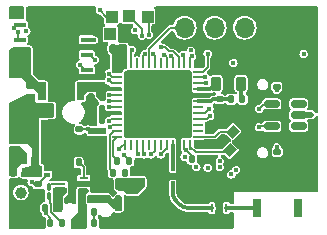
<source format=gbr>
%TF.GenerationSoftware,KiCad,Pcbnew,8.0.5*%
%TF.CreationDate,2024-11-08T04:09:32+01:00*%
%TF.ProjectId,hardware v4 pro max,68617264-7761-4726-9520-76342070726f,rev?*%
%TF.SameCoordinates,Original*%
%TF.FileFunction,Copper,L1,Top*%
%TF.FilePolarity,Positive*%
%FSLAX46Y46*%
G04 Gerber Fmt 4.6, Leading zero omitted, Abs format (unit mm)*
G04 Created by KiCad (PCBNEW 8.0.5) date 2024-11-08 04:09:32*
%MOMM*%
%LPD*%
G01*
G04 APERTURE LIST*
G04 Aperture macros list*
%AMRoundRect*
0 Rectangle with rounded corners*
0 $1 Rounding radius*
0 $2 $3 $4 $5 $6 $7 $8 $9 X,Y pos of 4 corners*
0 Add a 4 corners polygon primitive as box body*
4,1,4,$2,$3,$4,$5,$6,$7,$8,$9,$2,$3,0*
0 Add four circle primitives for the rounded corners*
1,1,$1+$1,$2,$3*
1,1,$1+$1,$4,$5*
1,1,$1+$1,$6,$7*
1,1,$1+$1,$8,$9*
0 Add four rect primitives between the rounded corners*
20,1,$1+$1,$2,$3,$4,$5,0*
20,1,$1+$1,$4,$5,$6,$7,0*
20,1,$1+$1,$6,$7,$8,$9,0*
20,1,$1+$1,$8,$9,$2,$3,0*%
%AMRotRect*
0 Rectangle, with rotation*
0 The origin of the aperture is its center*
0 $1 length*
0 $2 width*
0 $3 Rotation angle, in degrees counterclockwise*
0 Add horizontal line*
21,1,$1,$2,0,0,$3*%
%AMOutline4P*
0 Free polygon, 4 corners , with rotation*
0 The origin of the aperture is its center*
0 number of corners: always 4*
0 $1 to $8 corner X, Y*
0 $9 Rotation angle, in degrees counterclockwise*
0 create outline with 4 corners*
4,1,4,$1,$2,$3,$4,$5,$6,$7,$8,$1,$2,$9*%
%AMOutline5P*
0 Free polygon, 5 corners , with rotation*
0 The origin of the aperture is its center*
0 number of corners: always 5*
0 $1 to $10 corner X, Y*
0 $11 Rotation angle, in degrees counterclockwise*
0 create outline with 5 corners*
4,1,5,$1,$2,$3,$4,$5,$6,$7,$8,$9,$10,$1,$2,$11*%
%AMOutline6P*
0 Free polygon, 6 corners , with rotation*
0 The origin of the aperture is its center*
0 number of corners: always 6*
0 $1 to $12 corner X, Y*
0 $13 Rotation angle, in degrees counterclockwise*
0 create outline with 6 corners*
4,1,6,$1,$2,$3,$4,$5,$6,$7,$8,$9,$10,$11,$12,$1,$2,$13*%
%AMOutline7P*
0 Free polygon, 7 corners , with rotation*
0 The origin of the aperture is its center*
0 number of corners: always 7*
0 $1 to $14 corner X, Y*
0 $15 Rotation angle, in degrees counterclockwise*
0 create outline with 7 corners*
4,1,7,$1,$2,$3,$4,$5,$6,$7,$8,$9,$10,$11,$12,$13,$14,$1,$2,$15*%
%AMOutline8P*
0 Free polygon, 8 corners , with rotation*
0 The origin of the aperture is its center*
0 number of corners: always 8*
0 $1 to $16 corner X, Y*
0 $17 Rotation angle, in degrees counterclockwise*
0 create outline with 8 corners*
4,1,8,$1,$2,$3,$4,$5,$6,$7,$8,$9,$10,$11,$12,$13,$14,$15,$16,$1,$2,$17*%
G04 Aperture macros list end*
%TA.AperFunction,SMDPad,CuDef*%
%ADD10RoundRect,0.135000X-0.135000X-0.185000X0.135000X-0.185000X0.135000X0.185000X-0.135000X0.185000X0*%
%TD*%
%TA.AperFunction,SMDPad,CuDef*%
%ADD11RoundRect,0.140000X-0.170000X0.140000X-0.170000X-0.140000X0.170000X-0.140000X0.170000X0.140000X0*%
%TD*%
%TA.AperFunction,SMDPad,CuDef*%
%ADD12R,1.000000X1.000000*%
%TD*%
%TA.AperFunction,SMDPad,CuDef*%
%ADD13R,0.800000X1.600000*%
%TD*%
%TA.AperFunction,SMDPad,CuDef*%
%ADD14R,0.275000X0.700000*%
%TD*%
%TA.AperFunction,SMDPad,CuDef*%
%ADD15R,0.450000X0.245000*%
%TD*%
%TA.AperFunction,SMDPad,CuDef*%
%ADD16RotRect,0.775000X0.875000X315.000000*%
%TD*%
%TA.AperFunction,SMDPad,CuDef*%
%ADD17RoundRect,0.135000X0.135000X0.185000X-0.135000X0.185000X-0.135000X-0.185000X0.135000X-0.185000X0*%
%TD*%
%TA.AperFunction,SMDPad,CuDef*%
%ADD18RoundRect,0.147500X0.147500X0.172500X-0.147500X0.172500X-0.147500X-0.172500X0.147500X-0.172500X0*%
%TD*%
%TA.AperFunction,ComponentPad*%
%ADD19R,1.700000X1.700000*%
%TD*%
%TA.AperFunction,ComponentPad*%
%ADD20O,1.700000X1.700000*%
%TD*%
%TA.AperFunction,SMDPad,CuDef*%
%ADD21R,0.799999X0.250000*%
%TD*%
%TA.AperFunction,SMDPad,CuDef*%
%ADD22R,0.610000X1.420000*%
%TD*%
%TA.AperFunction,SMDPad,CuDef*%
%ADD23RoundRect,0.140000X-0.140000X-0.170000X0.140000X-0.170000X0.140000X0.170000X-0.140000X0.170000X0*%
%TD*%
%TA.AperFunction,SMDPad,CuDef*%
%ADD24RoundRect,0.062500X-0.375000X-0.062500X0.375000X-0.062500X0.375000X0.062500X-0.375000X0.062500X0*%
%TD*%
%TA.AperFunction,SMDPad,CuDef*%
%ADD25RoundRect,0.062500X-0.062500X-0.375000X0.062500X-0.375000X0.062500X0.375000X-0.062500X0.375000X0*%
%TD*%
%TA.AperFunction,HeatsinkPad*%
%ADD26R,5.600000X5.600000*%
%TD*%
%TA.AperFunction,SMDPad,CuDef*%
%ADD27R,0.300000X0.300000*%
%TD*%
%TA.AperFunction,SMDPad,CuDef*%
%ADD28RoundRect,0.150000X-0.512500X-0.150000X0.512500X-0.150000X0.512500X0.150000X-0.512500X0.150000X0*%
%TD*%
%TA.AperFunction,SMDPad,CuDef*%
%ADD29Outline5P,-0.650000X0.750000X0.650000X0.750000X0.650000X-0.750000X0.000000X-0.750000X-0.650000X-0.100000X180.000000*%
%TD*%
%TA.AperFunction,SMDPad,CuDef*%
%ADD30R,3.600000X1.100000*%
%TD*%
%TA.AperFunction,SMDPad,CuDef*%
%ADD31RoundRect,0.140000X0.140000X0.170000X-0.140000X0.170000X-0.140000X-0.170000X0.140000X-0.170000X0*%
%TD*%
%TA.AperFunction,SMDPad,CuDef*%
%ADD32Outline5P,-0.207500X0.150000X0.207500X0.150000X0.207500X0.000000X0.057500X-0.150000X-0.207500X-0.150000X270.000000*%
%TD*%
%TA.AperFunction,SMDPad,CuDef*%
%ADD33Outline5P,-0.207500X0.150000X0.057500X0.150000X0.207500X0.000000X0.207500X-0.150000X-0.207500X-0.150000X270.000000*%
%TD*%
%TA.AperFunction,SMDPad,CuDef*%
%ADD34RotRect,0.500000X0.500000X315.000000*%
%TD*%
%TA.AperFunction,SMDPad,CuDef*%
%ADD35Outline5P,-0.207500X0.000000X-0.057500X0.150000X0.207500X0.150000X0.207500X-0.150000X-0.207500X-0.150000X270.000000*%
%TD*%
%TA.AperFunction,SMDPad,CuDef*%
%ADD36Outline5P,-0.207500X0.150000X0.207500X0.150000X0.207500X-0.150000X-0.057500X-0.150000X-0.207500X0.000000X270.000000*%
%TD*%
%TA.AperFunction,SMDPad,CuDef*%
%ADD37RoundRect,0.218750X-0.218750X-0.381250X0.218750X-0.381250X0.218750X0.381250X-0.218750X0.381250X0*%
%TD*%
%TA.AperFunction,SMDPad,CuDef*%
%ADD38RoundRect,0.135000X-0.185000X0.135000X-0.185000X-0.135000X0.185000X-0.135000X0.185000X0.135000X0*%
%TD*%
%TA.AperFunction,SMDPad,CuDef*%
%ADD39R,0.550000X1.500000*%
%TD*%
%TA.AperFunction,ComponentPad*%
%ADD40C,1.000000*%
%TD*%
%TA.AperFunction,SMDPad,CuDef*%
%ADD41RoundRect,0.140000X0.170000X-0.140000X0.170000X0.140000X-0.170000X0.140000X-0.170000X-0.140000X0*%
%TD*%
%TA.AperFunction,SMDPad,CuDef*%
%ADD42R,1.050000X0.450000*%
%TD*%
%TA.AperFunction,SMDPad,CuDef*%
%ADD43R,3.450000X4.350000*%
%TD*%
%TA.AperFunction,SMDPad,CuDef*%
%ADD44RoundRect,0.100000X-0.100000X0.217500X-0.100000X-0.217500X0.100000X-0.217500X0.100000X0.217500X0*%
%TD*%
%TA.AperFunction,SMDPad,CuDef*%
%ADD45RoundRect,0.135000X0.185000X-0.135000X0.185000X0.135000X-0.185000X0.135000X-0.185000X-0.135000X0*%
%TD*%
%TA.AperFunction,SMDPad,CuDef*%
%ADD46R,1.500000X0.550000*%
%TD*%
%TA.AperFunction,SMDPad,CuDef*%
%ADD47R,0.500000X0.350000*%
%TD*%
%TA.AperFunction,SMDPad,CuDef*%
%ADD48R,0.340000X0.330000*%
%TD*%
%TA.AperFunction,SMDPad,CuDef*%
%ADD49Outline4P,-0.450000X-0.220000X0.450000X-0.220000X0.450000X0.220000X-0.450000X0.220000X90.000000*%
%TD*%
%TA.AperFunction,ComponentPad*%
%ADD50O,1.800000X1.000000*%
%TD*%
%TA.AperFunction,ComponentPad*%
%ADD51O,2.100000X1.000000*%
%TD*%
%TA.AperFunction,ViaPad*%
%ADD52C,0.400000*%
%TD*%
%TA.AperFunction,Conductor*%
%ADD53C,0.300000*%
%TD*%
%TA.AperFunction,Conductor*%
%ADD54C,0.200000*%
%TD*%
%TA.AperFunction,Conductor*%
%ADD55C,0.500000*%
%TD*%
%TA.AperFunction,Conductor*%
%ADD56C,0.150000*%
%TD*%
%TA.AperFunction,Conductor*%
%ADD57C,0.332000*%
%TD*%
G04 APERTURE END LIST*
D10*
%TO.P,R4,1*%
%TO.N,Net-(C3-Pad2)*%
X133310000Y-109510000D03*
%TO.P,R4,2*%
%TO.N,GND*%
X134330000Y-109510000D03*
%TD*%
D11*
%TO.P,C21,1*%
%TO.N,GND*%
X135740000Y-93700000D03*
%TO.P,C21,2*%
%TO.N,+3.3V*%
X135740000Y-94660000D03*
%TD*%
D12*
%TO.P,REF\u002A\u002A,1*%
%TO.N,Net-(U1-NRST)*%
X134660000Y-93530000D03*
%TD*%
D13*
%TO.P,ANT1,1,1*%
%TO.N,Net-(FL1-OUT)*%
X147110000Y-108220000D03*
%TO.P,ANT1,2,2*%
%TO.N,unconnected-(ANT1-Pad2)*%
X150510000Y-108220000D03*
%TD*%
D14*
%TO.P,FL1,1,IN*%
%TO.N,Net-(FL1-IN)*%
X143265000Y-108230000D03*
D15*
%TO.P,FL1,2,GND*%
%TO.N,GND*%
X143877000Y-108457000D03*
D14*
%TO.P,FL1,3,OUT*%
%TO.N,Net-(FL1-OUT)*%
X144490000Y-108230000D03*
D15*
%TO.P,FL1,4,GND*%
%TO.N,GND*%
X143877000Y-108003000D03*
%TD*%
D16*
%TO.P,Y1,1,1*%
%TO.N,HSE_IN*%
X145016066Y-101765212D03*
%TO.P,Y1,2,2*%
%TO.N,GND*%
X144115212Y-102666066D03*
%TO.P,Y1,3,3*%
%TO.N,HSE_OUT*%
X144803934Y-103354788D03*
%TO.P,Y1,4,4*%
%TO.N,GND*%
X145704788Y-102453934D03*
%TD*%
D17*
%TO.P,R17,1*%
%TO.N,BAT+*%
X130160000Y-108230000D03*
%TO.P,R17,2*%
%TO.N,Net-(U1-PA4)*%
X129140000Y-108230000D03*
%TD*%
D12*
%TO.P,REF\u002A\u002A,1*%
%TO.N,SWCLK*%
X136250000Y-92010000D03*
%TD*%
D18*
%TO.P,L2,1*%
%TO.N,Net-(L1-Pad2)*%
X145845000Y-99030000D03*
%TO.P,L2,2*%
%TO.N,Net-(U1-VFBSMPS)*%
X144875000Y-99030000D03*
%TD*%
D19*
%TO.P,J3,1,Pin_1*%
%TO.N,GND*%
X148570000Y-92965000D03*
D20*
%TO.P,J3,2,Pin_2*%
%TO.N,+3.3V*%
X146030000Y-92965000D03*
%TO.P,J3,3,Pin_3*%
%TO.N,OLED_SCL*%
X143490000Y-92965000D03*
%TO.P,J3,4,Pin_4*%
%TO.N,OLED_SDA*%
X140950000Y-92965000D03*
%TD*%
D21*
%TO.P,U2,1,GND*%
%TO.N,GND*%
X130500000Y-105710000D03*
%TO.P,U2,2,\u002ACHRG*%
%TO.N,Net-(D1-K)*%
X130500000Y-106209999D03*
%TO.P,U2,3,BAT*%
%TO.N,BAT+*%
X130500000Y-106709998D03*
%TO.P,U2,4,VCC*%
%TO.N,vusb*%
X132400002Y-106709998D03*
%TO.P,U2,5,\u002AEN/\u002AACPR*%
%TO.N,GND*%
X132400002Y-106209999D03*
%TO.P,U2,6,PROG*%
%TO.N,Net-(U2-PROG)*%
X132400002Y-105710000D03*
D22*
%TO.P,U2,7,S*%
%TO.N,GND*%
X131450001Y-106209999D03*
%TD*%
D12*
%TO.P,REF\u002A\u002A,1*%
%TO.N,SWDIO*%
X137830000Y-92020000D03*
%TD*%
D23*
%TO.P,C3,1*%
%TO.N,vusb*%
X132290000Y-108530000D03*
%TO.P,C3,2*%
%TO.N,Net-(C3-Pad2)*%
X133250000Y-108530000D03*
%TD*%
D24*
%TO.P,U1,1,VBAT*%
%TO.N,+3.3V*%
X135245000Y-96680000D03*
%TO.P,U1,2,PC14*%
%TO.N,B2*%
X135245000Y-97180000D03*
%TO.P,U1,3,PC15*%
%TO.N,B1*%
X135245000Y-97680000D03*
%TO.P,U1,4,PH3*%
%TO.N,Net-(U1-PH3)*%
X135245000Y-98180000D03*
%TO.P,U1,5,PB8*%
%TO.N,COMPASSCL*%
X135245000Y-98680000D03*
%TO.P,U1,6,PB9*%
%TO.N,COMPASSDA*%
X135245000Y-99180000D03*
%TO.P,U1,7,NRST*%
%TO.N,Net-(U1-NRST)*%
X135245000Y-99680000D03*
%TO.P,U1,8,VDDA*%
%TO.N,+3.3V*%
X135245000Y-100180000D03*
%TO.P,U1,9,PA0*%
%TO.N,ALIMGPS*%
X135245000Y-100680000D03*
%TO.P,U1,10,PA1*%
%TO.N,SPI_SCK*%
X135245000Y-101180000D03*
%TO.P,U1,11,PA2*%
%TO.N,GPSRX*%
X135245000Y-101680000D03*
%TO.P,U1,12,PA3*%
%TO.N,GPSTX*%
X135245000Y-102180000D03*
D25*
%TO.P,U1,13,PA4*%
%TO.N,Net-(U1-PA4)*%
X135932500Y-102867500D03*
%TO.P,U1,14,PA5*%
%TO.N,unconnected-(U1-PA5-Pad14)*%
X136432500Y-102867500D03*
%TO.P,U1,15,PA6*%
%TO.N,SPI_MISO*%
X136932500Y-102867500D03*
%TO.P,U1,16,PA7*%
%TO.N,OLED_SCL*%
X137432500Y-102867500D03*
%TO.P,U1,17,PA8*%
%TO.N,unconnected-(U1-PA8-Pad17)*%
X137932500Y-102867500D03*
%TO.P,U1,18,PA9*%
%TO.N,USART_TX*%
X138432500Y-102867500D03*
%TO.P,U1,19,PB2*%
%TO.N,unconnected-(U1-PB2-Pad19)*%
X138932500Y-102867500D03*
%TO.P,U1,20,VDD*%
%TO.N,+3.3V*%
X139432500Y-102867500D03*
%TO.P,U1,21,RF1*%
%TO.N,Net-(IC1-IN)*%
X139932500Y-102867500D03*
%TO.P,U1,22,VSSRF*%
%TO.N,GND*%
X140432500Y-102867500D03*
%TO.P,U1,23,VDDRF*%
%TO.N,+3.3V*%
X140932500Y-102867500D03*
%TO.P,U1,24,OSC_OUT*%
%TO.N,HSE_OUT*%
X141432500Y-102867500D03*
D24*
%TO.P,U1,25,OSC_IN*%
%TO.N,HSE_IN*%
X142120000Y-102180000D03*
%TO.P,U1,26,AT0*%
%TO.N,unconnected-(U1-AT0-Pad26)*%
X142120000Y-101680000D03*
%TO.P,U1,27,AT1*%
%TO.N,unconnected-(U1-AT1-Pad27)*%
X142120000Y-101180000D03*
%TO.P,U1,28,PB0*%
%TO.N,Net-(U1-PB0)*%
X142120000Y-100680000D03*
%TO.P,U1,29,PB1*%
%TO.N,Net-(U1-PB1)*%
X142120000Y-100180000D03*
%TO.P,U1,30,PE4*%
%TO.N,unconnected-(U1-PE4-Pad30)*%
X142120000Y-99680000D03*
%TO.P,U1,31,VFBSMPS*%
%TO.N,Net-(U1-VFBSMPS)*%
X142120000Y-99180000D03*
%TO.P,U1,32,VSSSMPS*%
%TO.N,GND*%
X142120000Y-98680000D03*
%TO.P,U1,33,VLXSMPS*%
%TO.N,Net-(U1-VLXSMPS)*%
X142120000Y-98180000D03*
%TO.P,U1,34,VDDSMPS*%
%TO.N,+3.3V*%
X142120000Y-97680000D03*
%TO.P,U1,35,VDD*%
X142120000Y-97180000D03*
%TO.P,U1,36,PA10*%
%TO.N,USART_RX*%
X142120000Y-96680000D03*
D25*
%TO.P,U1,37,PA11*%
%TO.N,D-*%
X141432500Y-95992500D03*
%TO.P,U1,38,PA12*%
%TO.N,D+*%
X140932500Y-95992500D03*
%TO.P,U1,39,PA13*%
%TO.N,SWDIO*%
X140432500Y-95992500D03*
%TO.P,U1,40,VDDUSB*%
%TO.N,+3.3V*%
X139932500Y-95992500D03*
%TO.P,U1,41,PA14*%
%TO.N,SWCLK*%
X139432500Y-95992500D03*
%TO.P,U1,42,PA15*%
%TO.N,unconnected-(U1-PA15-Pad42)*%
X138932500Y-95992500D03*
%TO.P,U1,43,PB3*%
%TO.N,SWO*%
X138432500Y-95992500D03*
%TO.P,U1,44,PB4*%
%TO.N,OLED_SDA*%
X137932500Y-95992500D03*
%TO.P,U1,45,PB5*%
%TO.N,SPI_MOSi*%
X137432500Y-95992500D03*
%TO.P,U1,46,PB6*%
%TO.N,unconnected-(U1-PB6-Pad46)*%
X136932500Y-95992500D03*
%TO.P,U1,47,PB7*%
%TO.N,SPI_CS*%
X136432500Y-95992500D03*
%TO.P,U1,48,VDD*%
%TO.N,+3.3V*%
X135932500Y-95992500D03*
D26*
%TO.P,U1,49,VSS*%
%TO.N,GND*%
X138682500Y-99430000D03*
%TD*%
D27*
%TO.P,IC1,A1,OUT*%
%TO.N,Net-(FL1-IN)*%
X139930000Y-106134000D03*
%TO.P,IC1,A2,GND4*%
%TO.N,GND*%
X139930000Y-105547000D03*
%TO.P,IC1,A3,IN*%
%TO.N,Net-(IC1-IN)*%
X139930000Y-104960000D03*
%TO.P,IC1,B1,GND3*%
%TO.N,GND*%
X139430000Y-106134000D03*
%TO.P,IC1,B2,GD2*%
X139430000Y-105547000D03*
%TO.P,IC1,B3,GND1*%
X139430000Y-104960000D03*
%TD*%
D28*
%TO.P,U4,1,I/O1*%
%TO.N,Net-(J4-D--PadA7)*%
X148320000Y-99410000D03*
%TO.P,U4,2,GND*%
%TO.N,GND*%
X148320000Y-100360000D03*
%TO.P,U4,3,I/O2*%
%TO.N,Net-(J4-D+-PadA6)*%
X148320000Y-101310000D03*
%TO.P,U4,4,I/O2*%
%TO.N,D+*%
X150595000Y-101310000D03*
%TO.P,U4,5,VBUS*%
%TO.N,vusb*%
X150595000Y-100360000D03*
%TO.P,U4,6,I/O1*%
%TO.N,D-*%
X150595000Y-99410000D03*
%TD*%
D17*
%TO.P,R16,1*%
%TO.N,Net-(U1-PH3)*%
X134010000Y-98850000D03*
%TO.P,R16,2*%
%TO.N,GND*%
X132990000Y-98850000D03*
%TD*%
D11*
%TO.P,C9,1*%
%TO.N,+3.3V*%
X127980000Y-97880000D03*
%TO.P,C9,2*%
%TO.N,GNDGPS*%
X127980000Y-98840000D03*
%TD*%
D12*
%TO.P,REF\u002A\u002A,1*%
%TO.N,SWO*%
X134760000Y-92040000D03*
%TD*%
D29*
%TO.P,BT1,1,+*%
%TO.N,Net-(BT1-+)*%
X126950000Y-103730000D03*
D30*
%TO.P,BT1,2,-*%
%TO.N,GNDGPS*%
X128100000Y-99940000D03*
%TD*%
D23*
%TO.P,C26,1*%
%TO.N,GND*%
X133890000Y-94710000D03*
%TO.P,C26,2*%
%TO.N,+3.3V*%
X134850000Y-94710000D03*
%TD*%
D10*
%TO.P,R12,1*%
%TO.N,GPSTX*%
X135260000Y-104240000D03*
%TO.P,R12,2*%
%TO.N,Net-(PA1010D1-TX)*%
X136280000Y-104240000D03*
%TD*%
D31*
%TO.P,C23,1*%
%TO.N,GND*%
X142500000Y-104090000D03*
%TO.P,C23,2*%
%TO.N,+3.3V*%
X141540000Y-104090000D03*
%TD*%
D32*
%TO.P,U3,1,VOUT*%
%TO.N,+3.3V*%
X135255000Y-106542500D03*
D33*
%TO.P,U3,2,GND*%
%TO.N,GND*%
X134545000Y-106542500D03*
D34*
X134900000Y-106935000D03*
D35*
%TO.P,U3,3,EN*%
%TO.N,Net-(SW1-B)*%
X134545000Y-107327500D03*
D36*
%TO.P,U3,4,VIN*%
X135255000Y-107327500D03*
%TD*%
D37*
%TO.P,L1,1*%
%TO.N,Net-(U1-VLXSMPS)*%
X143617500Y-97700000D03*
%TO.P,L1,2*%
%TO.N,Net-(L1-Pad2)*%
X145742500Y-97700000D03*
%TD*%
D38*
%TO.P,R6,1*%
%TO.N,ALIMGPS*%
X128570000Y-106240000D03*
%TO.P,R6,2*%
%TO.N,GND*%
X128570000Y-107260000D03*
%TD*%
D39*
%TO.P,SW4,1,1*%
%TO.N,Net-(U1-PH3)*%
X132130000Y-98345000D03*
%TO.P,SW4,2,2*%
%TO.N,+3.3V*%
X128880000Y-98345000D03*
%TD*%
D40*
%TO.P,TP1,1,1*%
%TO.N,GND*%
X127050000Y-108950000D03*
%TD*%
D41*
%TO.P,C17,1*%
%TO.N,GND*%
X132040000Y-102540000D03*
%TO.P,C17,2*%
%TO.N,Net-(U1-NRST)*%
X132040000Y-101580000D03*
%TD*%
D38*
%TO.P,R15,1*%
%TO.N,Net-(J4-CC2)*%
X148780000Y-103460000D03*
%TO.P,R15,2*%
%TO.N,GND*%
X148780000Y-104480000D03*
%TD*%
D23*
%TO.P,C8,1*%
%TO.N,Net-(BT1-+)*%
X126450000Y-105230000D03*
%TO.P,C8,2*%
%TO.N,GNDGPS*%
X127410000Y-105230000D03*
%TD*%
D17*
%TO.P,R11,1*%
%TO.N,Net-(PA1010D1-RX)*%
X135930000Y-105230000D03*
%TO.P,R11,2*%
%TO.N,GPSRX*%
X134910000Y-105230000D03*
%TD*%
D10*
%TO.P,R3,1*%
%TO.N,GND*%
X130960000Y-104380000D03*
%TO.P,R3,2*%
%TO.N,Net-(U2-PROG)*%
X131980000Y-104380000D03*
%TD*%
D11*
%TO.P,C5,1*%
%TO.N,+3.3V*%
X136410000Y-106580000D03*
%TO.P,C5,2*%
%TO.N,GND*%
X136410000Y-107540000D03*
%TD*%
D42*
%TO.P,IC2,1,~{CS}*%
%TO.N,SPI_CS*%
X132670000Y-96540000D03*
%TO.P,IC2,2,DO_(IO1)*%
%TO.N,SPI_MISO*%
X132670000Y-95270000D03*
%TO.P,IC2,3,~{WP_(IO2)}*%
%TO.N,+3.3V*%
X132670000Y-94000000D03*
%TO.P,IC2,4,GND*%
%TO.N,GND*%
X132670000Y-92730000D03*
%TO.P,IC2,5,DI_(IO0)*%
%TO.N,SPI_MOSi*%
X126970000Y-92730000D03*
%TO.P,IC2,6,CLK*%
%TO.N,SPI_SCK*%
X126970000Y-94000000D03*
%TO.P,IC2,7,~{HOLD_OR_RESET_(IO3)}*%
%TO.N,+3.3V*%
X126970000Y-95270000D03*
%TO.P,IC2,8,VCC*%
X126970000Y-96540000D03*
D43*
%TO.P,IC2,9,EP*%
%TO.N,GND*%
X129820000Y-94635000D03*
%TD*%
D44*
%TO.P,D1,1,K*%
%TO.N,Net-(D1-K)*%
X129440000Y-106432500D03*
%TO.P,D1,2,A*%
%TO.N,Net-(D1-A)*%
X129440000Y-107247500D03*
%TD*%
D45*
%TO.P,R14,1*%
%TO.N,Net-(J4-CC1)*%
X148750000Y-97950000D03*
%TO.P,R14,2*%
%TO.N,GND*%
X148750000Y-96930000D03*
%TD*%
D23*
%TO.P,C15,1*%
%TO.N,GND*%
X132990000Y-100770000D03*
%TO.P,C15,2*%
%TO.N,+3.3V*%
X133950000Y-100770000D03*
%TD*%
D46*
%TO.P,SW5,1,1*%
%TO.N,GND*%
X133565000Y-104930000D03*
%TO.P,SW5,2,2*%
%TO.N,Net-(U1-NRST)*%
X133565000Y-101680000D03*
%TD*%
D47*
%TO.P,Q1,1,G*%
%TO.N,ALIMGPS*%
X129330000Y-105405000D03*
%TO.P,Q1,2,S*%
%TO.N,GND*%
X129330000Y-104755000D03*
D48*
%TO.P,Q1,3,D*%
%TO.N,GNDGPS*%
X128250000Y-105080000D03*
D49*
X128640000Y-105080000D03*
%TD*%
D17*
%TO.P,R5,1*%
%TO.N,vusb*%
X131550000Y-109530000D03*
%TO.P,R5,2*%
%TO.N,Net-(D1-A)*%
X130530000Y-109530000D03*
%TD*%
D40*
%TO.P,TP2,1,1*%
%TO.N,BAT+*%
X127090000Y-106930000D03*
%TD*%
D11*
%TO.P,C4,1*%
%TO.N,Net-(SW1-B)*%
X135330000Y-108190000D03*
%TO.P,C4,2*%
%TO.N,GND*%
X135330000Y-109150000D03*
%TD*%
D41*
%TO.P,C1,1*%
%TO.N,GND*%
X143920000Y-99990000D03*
%TO.P,C1,2*%
%TO.N,Net-(U1-VFBSMPS)*%
X143920000Y-99030000D03*
%TD*%
D17*
%TO.P,R18,1*%
%TO.N,Net-(U1-PA4)*%
X129590000Y-109510000D03*
%TO.P,R18,2*%
%TO.N,GND*%
X128570000Y-109510000D03*
%TD*%
D11*
%TO.P,C18,1*%
%TO.N,GND*%
X133910000Y-96940000D03*
%TO.P,C18,2*%
%TO.N,Net-(U1-PH3)*%
X133910000Y-97900000D03*
%TD*%
D23*
%TO.P,C16,1*%
%TO.N,GND*%
X133000000Y-99820000D03*
%TO.P,C16,2*%
%TO.N,+3.3V*%
X133960000Y-99820000D03*
%TD*%
D50*
%TO.P,J4,S1,SHIELD*%
%TO.N,GND*%
X151245000Y-96350000D03*
D51*
X147065000Y-96350000D03*
D50*
X151245000Y-104990000D03*
D51*
X147065000Y-104990000D03*
%TD*%
D52*
%TO.N,Net-(BT1-+)*%
X126950000Y-103730000D03*
%TO.N,GNDGPS*%
X128100000Y-99940000D03*
X126460000Y-102240000D03*
X126990000Y-102240000D03*
X128570000Y-99940000D03*
%TO.N,GND*%
X136350000Y-94160000D03*
X130300000Y-98220000D03*
X150430000Y-98280000D03*
X149090000Y-105540000D03*
X128300000Y-107850000D03*
X136130000Y-102000000D03*
X138350000Y-96890000D03*
X143220000Y-106520000D03*
X149930000Y-103260000D03*
X145260000Y-106520000D03*
X137360000Y-99160000D03*
X137100000Y-94670000D03*
X127780000Y-109600000D03*
X140670000Y-106520000D03*
X151380000Y-106520000D03*
X137450000Y-104820000D03*
X147060000Y-94160000D03*
X129130000Y-101880000D03*
X130030000Y-100950000D03*
X130180000Y-95610000D03*
X133890000Y-103780000D03*
X132880000Y-97160000D03*
X143160000Y-101250000D03*
X142200000Y-106520000D03*
X129820000Y-94635000D03*
X138710000Y-106550000D03*
X138050000Y-104340000D03*
X140570000Y-101920000D03*
X133380000Y-94600000D03*
X126350000Y-109660000D03*
X143000000Y-102920000D03*
X139370000Y-96870000D03*
X138900000Y-91580000D03*
X149340000Y-106520000D03*
X129800000Y-93790000D03*
X132460000Y-100920000D03*
X128710000Y-93790000D03*
X141150000Y-100950000D03*
X138270000Y-106990000D03*
X130330000Y-105260000D03*
X145650000Y-96580000D03*
X151160000Y-103200000D03*
X148640000Y-91490000D03*
X141140000Y-101910000D03*
X136080000Y-108230000D03*
X127950000Y-93890000D03*
X126320000Y-108020000D03*
X133340000Y-105670000D03*
X132400000Y-91890000D03*
X144680000Y-91590000D03*
X133300000Y-102380000D03*
X147810000Y-106520000D03*
X150330000Y-102310000D03*
X138270000Y-109030000D03*
X140090000Y-94190000D03*
X147710000Y-98490000D03*
X148320000Y-106520000D03*
X148830000Y-106520000D03*
X138630000Y-93270000D03*
X142180000Y-95280000D03*
X142710000Y-106520000D03*
X131220000Y-96450000D03*
X147680000Y-102870000D03*
X146790000Y-106520000D03*
X149130000Y-102280000D03*
X150360000Y-106520000D03*
X129140000Y-100990000D03*
X142190000Y-91570000D03*
X140140000Y-98080000D03*
X138270000Y-107500000D03*
X151440000Y-97360000D03*
X131280000Y-91390000D03*
X143730000Y-106520000D03*
X130080000Y-104190000D03*
X129030000Y-104190000D03*
X144040000Y-100990000D03*
X147300000Y-106520000D03*
X150410000Y-97380000D03*
X151750000Y-103830000D03*
X149810000Y-104430000D03*
X138280000Y-98070000D03*
X134280000Y-95700000D03*
X142170000Y-93680000D03*
X144730000Y-94040000D03*
X138270000Y-108010000D03*
X129750000Y-98910000D03*
X147260000Y-91500000D03*
X130110000Y-102970000D03*
X129530000Y-97190000D03*
X141180000Y-106520000D03*
X148790000Y-95740000D03*
X151890000Y-106520000D03*
X133390000Y-104260000D03*
X131300000Y-92060000D03*
X136130000Y-97560000D03*
X134140000Y-105660000D03*
X148580000Y-94560000D03*
X133660000Y-92220000D03*
X133729834Y-93419834D03*
X141690000Y-106520000D03*
X151420000Y-98330000D03*
X144750000Y-106520000D03*
X137500000Y-109660000D03*
X131160000Y-98850000D03*
X136150000Y-100500000D03*
X138270000Y-108520000D03*
X131600000Y-97130000D03*
X138300000Y-99180000D03*
X148310000Y-101990000D03*
X130100000Y-101850000D03*
X132060000Y-103400000D03*
X133350000Y-106610000D03*
X131190000Y-95500000D03*
X138860000Y-92440000D03*
X149850000Y-106520000D03*
X142280000Y-102910000D03*
X144509834Y-97819834D03*
X133360000Y-99280000D03*
X131150000Y-101820000D03*
X144240000Y-106520000D03*
X137430000Y-96900000D03*
X131100000Y-103420000D03*
X149920000Y-92770000D03*
X138270000Y-109540000D03*
X128400000Y-108690000D03*
X139270000Y-106560000D03*
X129130000Y-103010000D03*
X150990000Y-94360000D03*
X149930000Y-95390000D03*
X139380000Y-94050000D03*
X150870000Y-106520000D03*
X135720000Y-93630000D03*
X151640000Y-102310000D03*
X141150000Y-98100000D03*
X143960000Y-94870000D03*
X146280000Y-106520000D03*
X134100000Y-106620000D03*
X137580000Y-101880000D03*
X137110000Y-107710000D03*
X132840000Y-100330000D03*
X145770000Y-106520000D03*
X143440000Y-91560000D03*
X131980000Y-93300000D03*
%TO.N,+3.3V*%
X136520275Y-105883344D03*
X136020388Y-105894068D03*
X127060000Y-95820000D03*
X127549196Y-93250066D03*
X135510000Y-95650000D03*
X135190000Y-96140000D03*
X136750000Y-93180000D03*
X142710000Y-97160000D03*
X143920000Y-104260000D03*
X133960000Y-100270000D03*
X141024490Y-103355427D03*
X143920000Y-104770000D03*
X126680000Y-96780000D03*
X133290000Y-94010000D03*
X126540000Y-95820000D03*
X142720000Y-97620000D03*
X138930000Y-103690000D03*
X137020000Y-106400000D03*
X139780013Y-95341573D03*
X134450000Y-100260000D03*
X137020000Y-105899997D03*
%TO.N,vusb*%
X132260000Y-109150000D03*
X132280000Y-109570000D03*
X145300000Y-105010000D03*
X151650000Y-100330000D03*
X144915000Y-105395000D03*
%TO.N,Net-(SW1-B)*%
X133070000Y-107460000D03*
X133570000Y-107460000D03*
%TO.N,B2*%
X134520000Y-96860000D03*
%TO.N,B1*%
X134510000Y-97430000D03*
%TO.N,Net-(U1-NRST)*%
X134800000Y-93800000D03*
X132750000Y-101580000D03*
X134539999Y-99667215D03*
%TO.N,SPI_MOSi*%
X126460000Y-93020000D03*
X137557500Y-95220000D03*
%TO.N,SPI_SCK*%
X126860000Y-93370000D03*
X134611802Y-101361317D03*
%TO.N,SPI_MISO*%
X136990000Y-103680000D03*
X133360000Y-95680000D03*
%TO.N,SPI_CS*%
X132100000Y-96100000D03*
X136500000Y-94865000D03*
%TO.N,COMPASSDA*%
X142900000Y-104810000D03*
X141478477Y-94897064D03*
X134562492Y-99163252D03*
%TO.N,COMPASSCL*%
X141940251Y-104764958D03*
X134579999Y-98652671D03*
%TO.N,USART_RX*%
X140941084Y-103890141D03*
X142900000Y-95170000D03*
%TO.N,USART_TX*%
X138100000Y-103700000D03*
%TO.N,OLED_SCL*%
X137530000Y-103700000D03*
%TO.N,Net-(J4-CC2)*%
X148760000Y-103100000D03*
%TO.N,Net-(J4-D--PadA7)*%
X147270000Y-99830000D03*
%TO.N,Net-(J4-D+-PadA6)*%
X147240000Y-101400000D03*
%TO.N,Net-(J4-CC1)*%
X148750000Y-98240000D03*
%TO.N,Net-(PA1010D1-RX)*%
X135930000Y-105230000D03*
%TO.N,Net-(PA1010D1-TX)*%
X135850000Y-103720000D03*
%TO.N,ALIMGPS*%
X127990000Y-106030000D03*
X134565416Y-100863471D03*
%TO.N,Net-(R10-Pad1)*%
X126880000Y-91970000D03*
%TO.N,Net-(U1-PA4)*%
X129220000Y-108682498D03*
X135370000Y-103230000D03*
%TO.N,BAT+*%
X130140000Y-107610000D03*
X130130000Y-107060000D03*
%TO.N,SWDIO*%
X137900000Y-93550000D03*
X138930000Y-94610000D03*
%TO.N,SWCLK*%
X137340000Y-93630000D03*
X139230000Y-95280000D03*
%TO.N,SWO*%
X133780000Y-91500000D03*
X138307500Y-95190000D03*
%TO.N,D+*%
X150595000Y-101310000D03*
X140790000Y-95283906D03*
%TO.N,D-*%
X141540000Y-95393267D03*
X150595000Y-99410000D03*
%TO.N,Net-(U1-PB0)*%
X151020000Y-95180000D03*
X143120000Y-100410000D03*
%TO.N,Net-(U1-PB1)*%
X145070000Y-95950000D03*
X143050000Y-99810000D03*
%TD*%
D53*
%TO.N,Net-(U1-VFBSMPS)*%
X143210000Y-99180000D02*
X143360000Y-99030000D01*
X144875000Y-99030000D02*
X143920000Y-99030000D01*
X142120000Y-99180000D02*
X143210000Y-99180000D01*
X143360000Y-99030000D02*
X143920000Y-99030000D01*
D54*
%TO.N,+3.3V*%
X139932500Y-95494060D02*
X139780013Y-95341573D01*
X140932500Y-103263437D02*
X140932500Y-102867500D01*
X139432500Y-103187500D02*
X139432500Y-102867500D01*
X142120000Y-97180000D02*
X142690000Y-97180000D01*
X142660000Y-97680000D02*
X142720000Y-97620000D01*
X141024490Y-103355427D02*
X141540000Y-103870937D01*
X138930000Y-103690000D02*
X139432500Y-103187500D01*
X139932500Y-95992500D02*
X139932500Y-95494060D01*
X142690000Y-97180000D02*
X142710000Y-97160000D01*
X141024490Y-103355427D02*
X140932500Y-103263437D01*
X142120000Y-97680000D02*
X142660000Y-97680000D01*
X141540000Y-103870937D02*
X141540000Y-104090000D01*
D55*
%TO.N,vusb*%
X150625000Y-100330000D02*
X150595000Y-100360000D01*
X151650000Y-100330000D02*
X150625000Y-100330000D01*
D56*
%TO.N,Net-(C3-Pad2)*%
X133250000Y-109450000D02*
X133310000Y-109510000D01*
X133250000Y-108530000D02*
X133250000Y-109450000D01*
%TO.N,B2*%
X134520000Y-96860000D02*
X134520000Y-96892499D01*
X134520000Y-96892499D02*
X134807501Y-97180000D01*
X134807501Y-97180000D02*
X135245000Y-97180000D01*
%TO.N,B1*%
X135245000Y-97680000D02*
X134760000Y-97680000D01*
X134760000Y-97680000D02*
X134510000Y-97430000D01*
%TO.N,Net-(U1-NRST)*%
X134552784Y-99680000D02*
X134539999Y-99667215D01*
X132040000Y-101580000D02*
X133465000Y-101580000D01*
X135245000Y-99680000D02*
X134552784Y-99680000D01*
X133465000Y-101580000D02*
X133565000Y-101680000D01*
%TO.N,Net-(D1-A)*%
X129430000Y-107217500D02*
X129520000Y-107307500D01*
X129520000Y-107847852D02*
X129595000Y-107922852D01*
X129520000Y-107307500D02*
X129520000Y-107847852D01*
X129595000Y-108595000D02*
X130530000Y-109530000D01*
X129595000Y-107922852D02*
X129595000Y-108595000D01*
%TO.N,Net-(D1-K)*%
X129622501Y-106209999D02*
X129430000Y-106402500D01*
X130500000Y-106209999D02*
X129622501Y-106209999D01*
D57*
%TO.N,Net-(FL1-OUT)*%
X147100000Y-108230000D02*
X147110000Y-108220000D01*
X144490000Y-108230000D02*
X147100000Y-108230000D01*
%TO.N,Net-(FL1-IN)*%
X139930000Y-106134000D02*
X139930000Y-106915786D01*
X140222893Y-107622893D02*
X140537107Y-107937107D01*
X141244214Y-108230000D02*
X143265000Y-108230000D01*
X140537107Y-107937107D02*
G75*
G03*
X141244214Y-108229990I707093J707107D01*
G01*
X139930000Y-106915786D02*
G75*
G03*
X140222886Y-107622900I1000000J-14D01*
G01*
%TO.N,Net-(IC1-IN)*%
X139932500Y-104957500D02*
X139930000Y-104960000D01*
X139932500Y-102867500D02*
X139932500Y-104957500D01*
D56*
%TO.N,SPI_MOSi*%
X137557500Y-95220000D02*
X137432500Y-95345000D01*
X137432500Y-95345000D02*
X137432500Y-95992500D01*
X126970000Y-92730000D02*
X126750000Y-92730000D01*
X126750000Y-92730000D02*
X126460000Y-93020000D01*
%TO.N,SPI_SCK*%
X135245000Y-101180000D02*
X134793119Y-101180000D01*
X126860000Y-93370000D02*
X126860000Y-93890000D01*
X126860000Y-93890000D02*
X126970000Y-94000000D01*
X134793119Y-101180000D02*
X134611802Y-101361317D01*
%TO.N,SPI_MISO*%
X136932500Y-102867500D02*
X136932500Y-103622500D01*
X136932500Y-103622500D02*
X136990000Y-103680000D01*
X132950000Y-95270000D02*
X132670000Y-95270000D01*
X133360000Y-95680000D02*
X132950000Y-95270000D01*
%TO.N,SPI_CS*%
X132670000Y-96540000D02*
X132540000Y-96540000D01*
X132540000Y-96540000D02*
X132100000Y-96100000D01*
X136432500Y-94932500D02*
X136432500Y-95992500D01*
X136500000Y-94865000D02*
X136432500Y-94932500D01*
%TO.N,COMPASSDA*%
X135245000Y-99180000D02*
X134579240Y-99180000D01*
X134579240Y-99180000D02*
X134562492Y-99163252D01*
%TO.N,COMPASSCL*%
X134607328Y-98680000D02*
X134579999Y-98652671D01*
X135245000Y-98680000D02*
X134607328Y-98680000D01*
%TO.N,USART_RX*%
X142900000Y-95170000D02*
X142900000Y-96290000D01*
X142900000Y-96290000D02*
X142510000Y-96680000D01*
X142510000Y-96680000D02*
X142120000Y-96680000D01*
%TO.N,USART_TX*%
X138432500Y-103367500D02*
X138432500Y-102867500D01*
X138100000Y-103700000D02*
X138432500Y-103367500D01*
%TO.N,OLED_SCL*%
X137432500Y-102867500D02*
X137432500Y-103602500D01*
X137432500Y-103602500D02*
X137530000Y-103700000D01*
%TO.N,OLED_SDA*%
X137932500Y-94780419D02*
X137932500Y-95992500D01*
X140950000Y-92965000D02*
X139747919Y-92965000D01*
X139747919Y-92965000D02*
X137932500Y-94780419D01*
%TO.N,Net-(J4-D--PadA7)*%
X148320000Y-99410000D02*
X147690000Y-99410000D01*
X147690000Y-99410000D02*
X147270000Y-99830000D01*
%TO.N,Net-(J4-D+-PadA6)*%
X148320000Y-101310000D02*
X147330000Y-101310000D01*
X147330000Y-101310000D02*
X147240000Y-101400000D01*
D53*
%TO.N,Net-(L1-Pad2)*%
X145742500Y-97700000D02*
X145742500Y-98927500D01*
X145742500Y-98927500D02*
X145845000Y-99030000D01*
%TO.N,Net-(U1-VLXSMPS)*%
X142120000Y-98180000D02*
X143137500Y-98180000D01*
X143137500Y-98180000D02*
X143617500Y-97700000D01*
D56*
%TO.N,Net-(PA1010D1-TX)*%
X136280000Y-104150000D02*
X135850000Y-103720000D01*
X136280000Y-104240000D02*
X136280000Y-104150000D01*
%TO.N,ALIMGPS*%
X129330000Y-105480000D02*
X129330000Y-105405000D01*
X128570000Y-106240000D02*
X128200000Y-106240000D01*
X134748887Y-100680000D02*
X134565416Y-100863471D01*
X135245000Y-100680000D02*
X134748887Y-100680000D01*
X128570000Y-106240000D02*
X129330000Y-105480000D01*
X128200000Y-106240000D02*
X127990000Y-106030000D01*
%TO.N,Net-(U2-PROG)*%
X132400002Y-104800002D02*
X131980000Y-104380000D01*
X132400002Y-105710000D02*
X132400002Y-104800002D01*
%TO.N,GPSRX*%
X134610000Y-102039892D02*
X134610000Y-104930000D01*
X134610000Y-104930000D02*
X134910000Y-105230000D01*
X135245000Y-101680000D02*
X134969892Y-101680000D01*
X134969892Y-101680000D02*
X134610000Y-102039892D01*
%TO.N,GPSTX*%
X134860000Y-102565000D02*
X134860000Y-103840000D01*
X134860000Y-103840000D02*
X135260000Y-104240000D01*
X135245000Y-102180000D02*
X134860000Y-102565000D01*
%TO.N,Net-(U1-PA4)*%
X129140000Y-108230000D02*
X129140000Y-108602498D01*
X129590000Y-109510000D02*
X129590000Y-109052498D01*
X135932500Y-102867500D02*
X135732500Y-102867500D01*
X129140000Y-108602498D02*
X129220000Y-108682498D01*
X135732500Y-102867500D02*
X135370000Y-103230000D01*
X129590000Y-109052498D02*
X129220000Y-108682498D01*
%TO.N,SWDIO*%
X137900000Y-92090000D02*
X137830000Y-92020000D01*
X139935344Y-94966573D02*
X140432500Y-95463729D01*
X138930000Y-94610000D02*
X139270000Y-94610000D01*
X139626573Y-94966573D02*
X139935344Y-94966573D01*
X140432500Y-95463729D02*
X140432500Y-95992500D01*
X139270000Y-94610000D02*
X139626573Y-94966573D01*
X137900000Y-93550000D02*
X137900000Y-92090000D01*
%TO.N,SWCLK*%
X139432500Y-95482500D02*
X139432500Y-95992500D01*
X137340000Y-93100000D02*
X136250000Y-92010000D01*
X139230000Y-95280000D02*
X139432500Y-95482500D01*
X137340000Y-93630000D02*
X137340000Y-93100000D01*
%TO.N,SWO*%
X138432500Y-95315000D02*
X138432500Y-95992500D01*
X134760000Y-92040000D02*
X134320000Y-92040000D01*
X138307500Y-95190000D02*
X138432500Y-95315000D01*
X134320000Y-92040000D02*
X133780000Y-91500000D01*
D54*
%TO.N,D+*%
X140932500Y-95426406D02*
X140790000Y-95283906D01*
X140932500Y-95992500D02*
X140932500Y-95426406D01*
D56*
%TO.N,HSE_OUT*%
X144658722Y-103500000D02*
X141880000Y-103500000D01*
X144803934Y-103354788D02*
X144658722Y-103500000D01*
X141880000Y-103500000D02*
X141432500Y-103052500D01*
X141432500Y-103052500D02*
X141432500Y-102867500D01*
D54*
%TO.N,D-*%
X141432500Y-95500767D02*
X141540000Y-95393267D01*
X141432500Y-95992500D02*
X141432500Y-95500767D01*
D56*
%TO.N,HSE_IN*%
X142120000Y-102180000D02*
X143504504Y-102180000D01*
X143919292Y-101765212D02*
X145016066Y-101765212D01*
X143504504Y-102180000D02*
X143919292Y-101765212D01*
%TO.N,Net-(U1-PB0)*%
X143120000Y-100410000D02*
X142850000Y-100680000D01*
X142850000Y-100680000D02*
X142120000Y-100680000D01*
%TO.N,Net-(U1-PB1)*%
X143050000Y-99810000D02*
X142680000Y-100180000D01*
X142680000Y-100180000D02*
X142120000Y-100180000D01*
%TD*%
%TA.AperFunction,Conductor*%
%TO.N,Net-(SW1-B)*%
G36*
X134524285Y-107129685D02*
G01*
X134544925Y-107146317D01*
X134804060Y-107405452D01*
X134822796Y-107417971D01*
X134841276Y-107430320D01*
X134841278Y-107430321D01*
X134900000Y-107442001D01*
X134958722Y-107430321D01*
X134995940Y-107405452D01*
X135255073Y-107146319D01*
X135316396Y-107112834D01*
X135342754Y-107110000D01*
X135378638Y-107110000D01*
X135445677Y-107129685D01*
X135466319Y-107146319D01*
X135593681Y-107273681D01*
X135627166Y-107335004D01*
X135630000Y-107361362D01*
X135630000Y-108346000D01*
X135610315Y-108413039D01*
X135557511Y-108458794D01*
X135506000Y-108470000D01*
X135161362Y-108470000D01*
X135094323Y-108450315D01*
X135073681Y-108433681D01*
X135046319Y-108406319D01*
X135012834Y-108344996D01*
X135011649Y-108333983D01*
X135010000Y-108330001D01*
X135010000Y-108330000D01*
X134500000Y-107820000D01*
X134478120Y-107820000D01*
X134464996Y-107827166D01*
X134438638Y-107830000D01*
X134388899Y-107830000D01*
X134356807Y-107825775D01*
X134324058Y-107817000D01*
X134324057Y-107817000D01*
X134165943Y-107817000D01*
X134165941Y-107817000D01*
X134133193Y-107825775D01*
X134101101Y-107830000D01*
X132841273Y-107830000D01*
X132774234Y-107810315D01*
X132753592Y-107793681D01*
X132751819Y-107791908D01*
X132718334Y-107730585D01*
X132715500Y-107704227D01*
X132715500Y-107255772D01*
X132735185Y-107188733D01*
X132751821Y-107168089D01*
X132773594Y-107146317D01*
X132834918Y-107112833D01*
X132861273Y-107110000D01*
X134457246Y-107110000D01*
X134524285Y-107129685D01*
G37*
%TD.AperFunction*%
%TD*%
%TA.AperFunction,Conductor*%
%TO.N,Net-(U1-PH3)*%
G36*
X134184196Y-97599685D02*
G01*
X134217471Y-97631109D01*
X134222901Y-97638582D01*
X134222903Y-97638584D01*
X134222905Y-97638587D01*
X134301413Y-97717095D01*
X134400339Y-97767500D01*
X134467105Y-97778074D01*
X134530236Y-97808002D01*
X134531217Y-97808887D01*
X134730000Y-97990000D01*
X135525796Y-97988689D01*
X135592868Y-98008263D01*
X135638709Y-98060992D01*
X135650000Y-98112689D01*
X135650000Y-98206684D01*
X135630315Y-98273723D01*
X135577511Y-98319478D01*
X135527016Y-98330680D01*
X134763179Y-98336940D01*
X134705869Y-98323429D01*
X134689659Y-98315170D01*
X134689660Y-98315170D01*
X134580001Y-98297802D01*
X134579997Y-98297802D01*
X134470339Y-98315170D01*
X134448166Y-98326467D01*
X134392897Y-98339976D01*
X134390001Y-98339999D01*
X134390000Y-98339999D01*
X134270000Y-98420000D01*
X134270000Y-98459265D01*
X134256485Y-98515559D01*
X134242498Y-98543009D01*
X134225130Y-98652668D01*
X134225130Y-98652673D01*
X134242497Y-98762329D01*
X134256485Y-98789781D01*
X134270000Y-98846075D01*
X134270000Y-98935487D01*
X134256485Y-98991781D01*
X134224992Y-99053590D01*
X134221977Y-99062870D01*
X134218535Y-99061751D01*
X134196371Y-99108521D01*
X134137064Y-99145460D01*
X134103817Y-99150000D01*
X133881362Y-99150000D01*
X133814323Y-99130315D01*
X133793681Y-99113681D01*
X133516319Y-98836319D01*
X133482834Y-98774996D01*
X133480000Y-98748638D01*
X133480000Y-98410000D01*
X133280458Y-98410000D01*
X133230371Y-98399434D01*
X133191499Y-98382270D01*
X133167623Y-98379500D01*
X132812384Y-98379500D01*
X132812361Y-98379502D01*
X132788504Y-98382269D01*
X132749630Y-98399434D01*
X132699543Y-98410000D01*
X132679999Y-98410000D01*
X132410000Y-98679999D01*
X132410000Y-98976000D01*
X132390315Y-99043039D01*
X132337511Y-99088794D01*
X132286000Y-99100000D01*
X131984000Y-99100000D01*
X131916961Y-99080315D01*
X131871206Y-99027511D01*
X131860000Y-98976000D01*
X131860000Y-97704000D01*
X131879685Y-97636961D01*
X131932489Y-97591206D01*
X131984000Y-97580000D01*
X134117157Y-97580000D01*
X134184196Y-97599685D01*
G37*
%TD.AperFunction*%
%TD*%
%TA.AperFunction,Conductor*%
%TO.N,Net-(BT1-+)*%
G36*
X126980677Y-103004685D02*
G01*
X127001319Y-103021319D01*
X127573681Y-103593681D01*
X127607166Y-103655004D01*
X127610000Y-103681362D01*
X127610000Y-104346000D01*
X127590315Y-104413039D01*
X127537511Y-104458794D01*
X127486000Y-104470000D01*
X127149999Y-104470000D01*
X126740000Y-104879999D01*
X126740000Y-105426000D01*
X126720315Y-105493039D01*
X126667511Y-105538794D01*
X126616000Y-105550000D01*
X126174500Y-105550000D01*
X126107461Y-105530315D01*
X126061706Y-105477511D01*
X126050500Y-105426000D01*
X126050500Y-103109500D01*
X126070185Y-103042461D01*
X126122989Y-102996706D01*
X126174500Y-102985500D01*
X126273995Y-102985500D01*
X126274012Y-102985500D01*
X126281642Y-102985313D01*
X126283586Y-102985217D01*
X126284988Y-102985149D01*
X126291059Y-102985000D01*
X126913638Y-102985000D01*
X126980677Y-103004685D01*
G37*
%TD.AperFunction*%
%TD*%
%TA.AperFunction,Conductor*%
%TO.N,+3.3V*%
G36*
X127873039Y-94629685D02*
G01*
X127918794Y-94682489D01*
X127930000Y-94734000D01*
X127930000Y-96920000D01*
X128590000Y-97580000D01*
X129106000Y-97580000D01*
X129173039Y-97599685D01*
X129218794Y-97652489D01*
X129230000Y-97704000D01*
X129230000Y-98966000D01*
X129210315Y-99033039D01*
X129157511Y-99078794D01*
X129106000Y-99090000D01*
X128664000Y-99090000D01*
X128596961Y-99070315D01*
X128551206Y-99017511D01*
X128540000Y-98966000D01*
X128540000Y-98500000D01*
X128230000Y-98190000D01*
X127761362Y-98190000D01*
X127694323Y-98170315D01*
X127673681Y-98153681D01*
X127566319Y-98046319D01*
X127532834Y-97984996D01*
X127530000Y-97958638D01*
X127530000Y-97570000D01*
X127220000Y-97260000D01*
X126174500Y-97260000D01*
X126107461Y-97240315D01*
X126061706Y-97187511D01*
X126050500Y-97136000D01*
X126050500Y-94960862D01*
X126070185Y-94893823D01*
X126086819Y-94873181D01*
X126313681Y-94646319D01*
X126375004Y-94612834D01*
X126401362Y-94610000D01*
X127806000Y-94610000D01*
X127873039Y-94629685D01*
G37*
%TD.AperFunction*%
%TD*%
%TA.AperFunction,Conductor*%
%TO.N,Net-(R10-Pad1)*%
G36*
X127313039Y-91190185D02*
G01*
X127358794Y-91242989D01*
X127370000Y-91294500D01*
X127370000Y-92108818D01*
X127350315Y-92175857D01*
X127297511Y-92221612D01*
X127245127Y-92232815D01*
X126173627Y-92225269D01*
X126106728Y-92205113D01*
X126061346Y-92151988D01*
X126050500Y-92101272D01*
X126050500Y-91294500D01*
X126070185Y-91227461D01*
X126122989Y-91181706D01*
X126174500Y-91170500D01*
X127246000Y-91170500D01*
X127313039Y-91190185D01*
G37*
%TD.AperFunction*%
%TD*%
%TA.AperFunction,Conductor*%
%TO.N,+3.3V*%
G36*
X136030813Y-94400943D02*
G01*
X136077677Y-94452765D01*
X136090000Y-94506656D01*
X136090000Y-96316000D01*
X136070315Y-96383039D01*
X136017511Y-96428794D01*
X135966000Y-96440000D01*
X135829999Y-96440000D01*
X135690000Y-96579999D01*
X135690000Y-96676000D01*
X135670315Y-96743039D01*
X135617511Y-96788794D01*
X135566000Y-96800000D01*
X134958791Y-96800000D01*
X134891752Y-96780315D01*
X134848306Y-96732295D01*
X134823515Y-96683640D01*
X134810000Y-96627345D01*
X134810000Y-95270000D01*
X134594625Y-94982833D01*
X134570149Y-94917390D01*
X134569826Y-94908958D01*
X134568240Y-94534184D01*
X134587641Y-94467065D01*
X134640251Y-94421087D01*
X134689607Y-94409690D01*
X135963374Y-94382684D01*
X136030813Y-94400943D01*
G37*
%TD.AperFunction*%
%TD*%
%TA.AperFunction,Conductor*%
%TO.N,GNDGPS*%
G36*
X128263039Y-98579685D02*
G01*
X128308794Y-98632489D01*
X128320000Y-98684000D01*
X128320000Y-99230000D01*
X128470000Y-99380000D01*
X129783899Y-99380000D01*
X129850938Y-99399685D01*
X129896693Y-99452489D01*
X129907881Y-99506084D01*
X129891998Y-100451069D01*
X129871190Y-100517768D01*
X129817625Y-100562629D01*
X129771089Y-100572947D01*
X128621964Y-100601432D01*
X128602592Y-102830000D01*
X128600000Y-103128141D01*
X128600000Y-104510000D01*
X128814784Y-104653189D01*
X128859644Y-104706753D01*
X128870000Y-104756362D01*
X128870000Y-105475289D01*
X128850315Y-105542328D01*
X128797511Y-105588083D01*
X128745291Y-105599287D01*
X127246916Y-105590725D01*
X127179991Y-105570658D01*
X127134538Y-105517593D01*
X127123677Y-105463134D01*
X127137202Y-104996510D01*
X127158821Y-104930071D01*
X127212928Y-104885866D01*
X127234245Y-104879060D01*
X127975569Y-104714349D01*
X127997786Y-103140000D01*
X127985247Y-103128141D01*
X127670001Y-102830000D01*
X127670000Y-102830000D01*
X126975988Y-102830000D01*
X126965810Y-102829500D01*
X126964820Y-102829500D01*
X126285180Y-102829500D01*
X126284190Y-102829500D01*
X126274012Y-102830000D01*
X126174500Y-102830000D01*
X126107461Y-102810315D01*
X126061706Y-102757511D01*
X126050500Y-102706000D01*
X126050500Y-99422800D01*
X126070185Y-99355761D01*
X126119834Y-99311501D01*
X127624143Y-98572699D01*
X127678806Y-98560000D01*
X128196000Y-98560000D01*
X128263039Y-98579685D01*
G37*
%TD.AperFunction*%
%TD*%
%TA.AperFunction,Conductor*%
%TO.N,+3.3V*%
G36*
X135666981Y-105670565D02*
G01*
X135728502Y-105697730D01*
X135752377Y-105700500D01*
X136107622Y-105700499D01*
X136131498Y-105697730D01*
X136193019Y-105670566D01*
X136243105Y-105660000D01*
X137446000Y-105660000D01*
X137513039Y-105679685D01*
X137558794Y-105732489D01*
X137570000Y-105784000D01*
X137570000Y-106388638D01*
X137550315Y-106455677D01*
X137533681Y-106476319D01*
X136986319Y-107023681D01*
X136924996Y-107057166D01*
X136898638Y-107060000D01*
X136131362Y-107060000D01*
X136064323Y-107040315D01*
X136043681Y-107023681D01*
X135780000Y-106760000D01*
X135342754Y-106760000D01*
X135275715Y-106740315D01*
X135255073Y-106723681D01*
X135126319Y-106594927D01*
X135092834Y-106533604D01*
X135090000Y-106507246D01*
X135090000Y-105788020D01*
X135109685Y-105720981D01*
X135162489Y-105675226D01*
X135163799Y-105674636D01*
X135173023Y-105670563D01*
X135223105Y-105660000D01*
X135616895Y-105660000D01*
X135666981Y-105670565D01*
G37*
%TD.AperFunction*%
%TD*%
%TA.AperFunction,Conductor*%
%TO.N,BAT+*%
G36*
X130029034Y-106475720D02*
G01*
X130029300Y-106474384D01*
X130085177Y-106485499D01*
X130836000Y-106485499D01*
X130903039Y-106505184D01*
X130948794Y-106557988D01*
X130960000Y-106609499D01*
X130960000Y-106858638D01*
X130940315Y-106925677D01*
X130923681Y-106946319D01*
X130620000Y-107249999D01*
X130620000Y-108358638D01*
X130600315Y-108425677D01*
X130583681Y-108446319D01*
X130496319Y-108533681D01*
X130434996Y-108567166D01*
X130408638Y-108570000D01*
X129944500Y-108570000D01*
X129877461Y-108550315D01*
X129831706Y-108497511D01*
X129820500Y-108446000D01*
X129820500Y-107982149D01*
X129820501Y-107982140D01*
X129820501Y-107868357D01*
X129820000Y-107863268D01*
X129820000Y-106641362D01*
X129839685Y-106574323D01*
X129856319Y-106553681D01*
X129903681Y-106506319D01*
X129965004Y-106472834D01*
X129991362Y-106470000D01*
X130000278Y-106470000D01*
X130029034Y-106475720D01*
G37*
%TD.AperFunction*%
%TD*%
%TA.AperFunction,Conductor*%
%TO.N,+3.3V*%
G36*
X134130300Y-99539685D02*
G01*
X134176055Y-99592489D01*
X134185999Y-99661647D01*
X134185735Y-99663395D01*
X134185130Y-99667215D01*
X134185130Y-99667217D01*
X134202497Y-99776873D01*
X134236485Y-99843577D01*
X134250000Y-99899872D01*
X134250000Y-99930000D01*
X134369449Y-100029541D01*
X134840000Y-100050000D01*
X135556000Y-100050000D01*
X135623039Y-100069685D01*
X135668794Y-100122489D01*
X135680000Y-100174000D01*
X135680000Y-100204515D01*
X135660315Y-100271554D01*
X135607511Y-100317309D01*
X135554524Y-100328506D01*
X134840002Y-100319999D01*
X134839999Y-100320000D01*
X134525587Y-100506079D01*
X134481834Y-100521840D01*
X134455754Y-100525971D01*
X134405349Y-100551653D01*
X134356829Y-100576376D01*
X134356828Y-100576377D01*
X134356823Y-100576380D01*
X134278325Y-100654878D01*
X134278320Y-100654885D01*
X134227914Y-100753812D01*
X134210547Y-100863468D01*
X134210547Y-100863472D01*
X134220546Y-100926602D01*
X134211592Y-100995895D01*
X134166596Y-101049347D01*
X134099844Y-101069987D01*
X134098073Y-101070000D01*
X133814000Y-101070000D01*
X133746961Y-101050315D01*
X133701206Y-100997511D01*
X133690000Y-100946000D01*
X133690000Y-99644000D01*
X133709685Y-99576961D01*
X133762489Y-99531206D01*
X133814000Y-99520000D01*
X134063261Y-99520000D01*
X134130300Y-99539685D01*
G37*
%TD.AperFunction*%
%TD*%
%TA.AperFunction,Conductor*%
%TO.N,vusb*%
G36*
X132763039Y-106599685D02*
G01*
X132808794Y-106652489D01*
X132820000Y-106704000D01*
X132820000Y-106828638D01*
X132800315Y-106895677D01*
X132783681Y-106916319D01*
X132560000Y-107139999D01*
X132560000Y-107820000D01*
X132643681Y-107903681D01*
X132677166Y-107965004D01*
X132680000Y-107991362D01*
X132680000Y-109845500D01*
X132660315Y-109912539D01*
X132607511Y-109958294D01*
X132556000Y-109969500D01*
X131424000Y-109969500D01*
X131356961Y-109949815D01*
X131311206Y-109897011D01*
X131300000Y-109845500D01*
X131300000Y-109271362D01*
X131319685Y-109204323D01*
X131336319Y-109183681D01*
X131880000Y-108640000D01*
X131880000Y-107041430D01*
X131894775Y-106991111D01*
X131892095Y-106990001D01*
X131896765Y-106978725D01*
X131896768Y-106978721D01*
X131905501Y-106934819D01*
X131905501Y-106704000D01*
X131925186Y-106636961D01*
X131977990Y-106591206D01*
X132029501Y-106580000D01*
X132696000Y-106580000D01*
X132763039Y-106599685D01*
G37*
%TD.AperFunction*%
%TD*%
%TA.AperFunction,Conductor*%
%TO.N,GND*%
G36*
X126965256Y-105578410D02*
G01*
X127009088Y-105614595D01*
X127011276Y-105612722D01*
X127016437Y-105618747D01*
X127016439Y-105618751D01*
X127061892Y-105671816D01*
X127066839Y-105677321D01*
X127135330Y-105719606D01*
X127166263Y-105728881D01*
X127202251Y-105739672D01*
X127202254Y-105739673D01*
X127209955Y-105740825D01*
X127246027Y-105746222D01*
X127538725Y-105747894D01*
X127605650Y-105767961D01*
X127651103Y-105821026D01*
X127660651Y-105890240D01*
X127654138Y-105910615D01*
X127655514Y-105911063D01*
X127652499Y-105920340D01*
X127635131Y-106029997D01*
X127635131Y-106030002D01*
X127652498Y-106139658D01*
X127702904Y-106238585D01*
X127702909Y-106238592D01*
X127781407Y-106317090D01*
X127781410Y-106317092D01*
X127781413Y-106317095D01*
X127880339Y-106367500D01*
X127880340Y-106367500D01*
X127880342Y-106367501D01*
X127880341Y-106367501D01*
X127992936Y-106385334D01*
X128056071Y-106415263D01*
X128061220Y-106420126D01*
X128072264Y-106431170D01*
X128072267Y-106431171D01*
X128078376Y-106435253D01*
X128122922Y-106488270D01*
X128138656Y-106523905D01*
X128145384Y-106539141D01*
X128220859Y-106614616D01*
X128220862Y-106614617D01*
X128220863Y-106614618D01*
X128318499Y-106657729D01*
X128318500Y-106657729D01*
X128318502Y-106657730D01*
X128342377Y-106660500D01*
X128797622Y-106660499D01*
X128821498Y-106657730D01*
X128919141Y-106614616D01*
X128919142Y-106614614D01*
X128923240Y-106612805D01*
X128992518Y-106603733D01*
X129055703Y-106633556D01*
X129092734Y-106692805D01*
X129094944Y-106702047D01*
X129104032Y-106747736D01*
X129104035Y-106747742D01*
X129119649Y-106771111D01*
X129140526Y-106837788D01*
X129122040Y-106905168D01*
X129119649Y-106908889D01*
X129104035Y-106932257D01*
X129104032Y-106932264D01*
X129089500Y-107005321D01*
X129089500Y-107489678D01*
X129104032Y-107562735D01*
X129104033Y-107562739D01*
X129106620Y-107566610D01*
X129127497Y-107633288D01*
X129109012Y-107700668D01*
X129057032Y-107747358D01*
X129003520Y-107759500D01*
X128962385Y-107759500D01*
X128962361Y-107759502D01*
X128938504Y-107762269D01*
X128938501Y-107762269D01*
X128840864Y-107805380D01*
X128840856Y-107805386D01*
X128765386Y-107880856D01*
X128765381Y-107880863D01*
X128722270Y-107978499D01*
X128719500Y-108002375D01*
X128719500Y-108457615D01*
X128719502Y-108457638D01*
X128722269Y-108481495D01*
X128722269Y-108481498D01*
X128765380Y-108579135D01*
X128765383Y-108579138D01*
X128765384Y-108579141D01*
X128802318Y-108616075D01*
X128835962Y-108649719D01*
X128869446Y-108711043D01*
X128870753Y-108718001D01*
X128882498Y-108792156D01*
X128932904Y-108891083D01*
X128932909Y-108891090D01*
X129011407Y-108969588D01*
X129011410Y-108969590D01*
X129011413Y-108969593D01*
X129110339Y-109019998D01*
X129110340Y-109019998D01*
X129110342Y-109019999D01*
X129119625Y-109023016D01*
X129118986Y-109024980D01*
X129170677Y-109049482D01*
X129207610Y-109108792D01*
X129206616Y-109178654D01*
X129201582Y-109192116D01*
X129172270Y-109258499D01*
X129169500Y-109282375D01*
X129169500Y-109737615D01*
X129169502Y-109737638D01*
X129172268Y-109761494D01*
X129187246Y-109795414D01*
X129196317Y-109864692D01*
X129166493Y-109927877D01*
X129107244Y-109964908D01*
X129073811Y-109969500D01*
X126174500Y-109969500D01*
X126107461Y-109949815D01*
X126061706Y-109897011D01*
X126050500Y-109845500D01*
X126050500Y-106929999D01*
X126434722Y-106929999D01*
X126434722Y-106930000D01*
X126453762Y-107086818D01*
X126504265Y-107219982D01*
X126509780Y-107234523D01*
X126599517Y-107364530D01*
X126717760Y-107469283D01*
X126717762Y-107469284D01*
X126857634Y-107542696D01*
X127011014Y-107580500D01*
X127011015Y-107580500D01*
X127168985Y-107580500D01*
X127322365Y-107542696D01*
X127405042Y-107499303D01*
X127462240Y-107469283D01*
X127580483Y-107364530D01*
X127670220Y-107234523D01*
X127726237Y-107086818D01*
X127745278Y-106930000D01*
X127743518Y-106915500D01*
X127726237Y-106773181D01*
X127688878Y-106674674D01*
X127670220Y-106625477D01*
X127580483Y-106495470D01*
X127462240Y-106390717D01*
X127462238Y-106390716D01*
X127462237Y-106390715D01*
X127322365Y-106317303D01*
X127168986Y-106279500D01*
X127168985Y-106279500D01*
X127011015Y-106279500D01*
X127011014Y-106279500D01*
X126857634Y-106317303D01*
X126717762Y-106390715D01*
X126599516Y-106495471D01*
X126509781Y-106625475D01*
X126509780Y-106625476D01*
X126453762Y-106773181D01*
X126434722Y-106929999D01*
X126050500Y-106929999D01*
X126050500Y-105829500D01*
X126070185Y-105762461D01*
X126122989Y-105716706D01*
X126174500Y-105705500D01*
X126615991Y-105705500D01*
X126616000Y-105705500D01*
X126649055Y-105701946D01*
X126700566Y-105690740D01*
X126769342Y-105656313D01*
X126822146Y-105610558D01*
X126827621Y-105605580D01*
X126827621Y-105605579D01*
X126833036Y-105600657D01*
X126895880Y-105570122D01*
X126965256Y-105578410D01*
G37*
%TD.AperFunction*%
%TA.AperFunction,Conductor*%
G36*
X152192539Y-91190185D02*
G01*
X152238294Y-91242989D01*
X152249500Y-91294500D01*
X152249500Y-100104590D01*
X152229815Y-100171629D01*
X152177011Y-100217384D01*
X152107853Y-100227328D01*
X152044297Y-100198303D01*
X152018113Y-100166590D01*
X152017271Y-100165131D01*
X151970480Y-100084087D01*
X151895913Y-100009520D01*
X151804587Y-99956793D01*
X151702727Y-99929500D01*
X151702726Y-99929500D01*
X151460184Y-99929500D01*
X151393145Y-99909815D01*
X151347390Y-99857011D01*
X151337446Y-99787853D01*
X151357885Y-99735421D01*
X151359698Y-99732772D01*
X151359706Y-99732765D01*
X151405085Y-99629991D01*
X151408000Y-99604865D01*
X151407999Y-99215136D01*
X151406802Y-99204815D01*
X151405086Y-99190012D01*
X151405085Y-99190010D01*
X151405085Y-99190009D01*
X151359706Y-99087235D01*
X151280265Y-99007794D01*
X151260106Y-98998893D01*
X151177492Y-98962415D01*
X151152365Y-98959500D01*
X150037643Y-98959500D01*
X150037617Y-98959502D01*
X150012512Y-98962413D01*
X150012508Y-98962415D01*
X149909735Y-99007793D01*
X149830294Y-99087234D01*
X149784915Y-99190006D01*
X149784915Y-99190008D01*
X149782000Y-99215131D01*
X149782000Y-99604856D01*
X149782002Y-99604882D01*
X149784913Y-99629987D01*
X149784915Y-99629991D01*
X149830293Y-99732764D01*
X149894848Y-99797319D01*
X149928333Y-99858642D01*
X149923349Y-99928334D01*
X149894848Y-99972681D01*
X149830294Y-100037234D01*
X149784915Y-100140006D01*
X149784915Y-100140008D01*
X149782000Y-100165131D01*
X149782000Y-100554856D01*
X149782002Y-100554882D01*
X149784913Y-100579987D01*
X149784915Y-100579991D01*
X149830293Y-100682764D01*
X149894848Y-100747319D01*
X149928333Y-100808642D01*
X149923349Y-100878334D01*
X149894848Y-100922681D01*
X149830294Y-100987234D01*
X149784915Y-101090006D01*
X149784915Y-101090008D01*
X149782000Y-101115131D01*
X149782000Y-101504856D01*
X149782002Y-101504882D01*
X149784913Y-101529987D01*
X149784915Y-101529991D01*
X149830293Y-101632764D01*
X149830294Y-101632765D01*
X149909735Y-101712206D01*
X150012509Y-101757585D01*
X150037635Y-101760500D01*
X151152364Y-101760499D01*
X151152379Y-101760497D01*
X151152382Y-101760497D01*
X151177487Y-101757586D01*
X151177488Y-101757585D01*
X151177491Y-101757585D01*
X151280265Y-101712206D01*
X151359706Y-101632765D01*
X151405085Y-101529991D01*
X151408000Y-101504865D01*
X151407999Y-101115136D01*
X151407741Y-101112909D01*
X151405086Y-101090012D01*
X151405085Y-101090010D01*
X151405085Y-101090009D01*
X151359706Y-100987235D01*
X151314652Y-100942181D01*
X151281167Y-100880858D01*
X151286151Y-100811166D01*
X151328023Y-100755233D01*
X151393487Y-100730816D01*
X151402333Y-100730500D01*
X151702725Y-100730500D01*
X151702727Y-100730500D01*
X151804587Y-100703207D01*
X151895913Y-100650480D01*
X151970480Y-100575913D01*
X152018114Y-100493407D01*
X152068680Y-100445193D01*
X152137287Y-100431970D01*
X152202152Y-100457938D01*
X152242680Y-100514852D01*
X152249500Y-100555409D01*
X152249500Y-106726000D01*
X152229815Y-106793039D01*
X152177011Y-106838794D01*
X152125500Y-106850000D01*
X145110000Y-106850000D01*
X145110000Y-107789500D01*
X145090315Y-107856539D01*
X145037511Y-107902294D01*
X144986000Y-107913500D01*
X144889376Y-107913500D01*
X144822337Y-107893815D01*
X144776582Y-107841011D01*
X144773540Y-107831595D01*
X144769267Y-107821281D01*
X144769267Y-107821278D01*
X144736004Y-107771496D01*
X144736003Y-107771495D01*
X144686224Y-107738234D01*
X144686217Y-107738231D01*
X144642322Y-107729500D01*
X144642320Y-107729500D01*
X144337680Y-107729500D01*
X144337678Y-107729500D01*
X144293782Y-107738231D01*
X144293775Y-107738234D01*
X144243996Y-107771495D01*
X144243995Y-107771496D01*
X144210734Y-107821275D01*
X144210731Y-107821282D01*
X144202000Y-107865177D01*
X144202000Y-108066438D01*
X144195422Y-108099516D01*
X144197173Y-108099986D01*
X144195070Y-108107834D01*
X144195069Y-108107836D01*
X144173500Y-108188332D01*
X144173500Y-108271668D01*
X144188323Y-108326987D01*
X144197173Y-108360016D01*
X144195419Y-108360485D01*
X144202000Y-108393562D01*
X144202000Y-108594820D01*
X144202000Y-108594822D01*
X144201999Y-108594822D01*
X144210731Y-108638717D01*
X144210734Y-108638724D01*
X144217790Y-108649284D01*
X144243996Y-108688504D01*
X144293778Y-108721767D01*
X144293781Y-108721767D01*
X144293782Y-108721768D01*
X144337677Y-108730500D01*
X144337680Y-108730500D01*
X144642322Y-108730500D01*
X144686217Y-108721768D01*
X144686217Y-108721767D01*
X144686222Y-108721767D01*
X144736004Y-108688504D01*
X144769267Y-108638722D01*
X144769268Y-108638716D01*
X144773942Y-108627436D01*
X144776972Y-108628691D01*
X144800151Y-108584390D01*
X144860869Y-108549821D01*
X144889376Y-108546500D01*
X144986000Y-108546500D01*
X145053039Y-108566185D01*
X145098794Y-108618989D01*
X145110000Y-108670500D01*
X145110000Y-109845500D01*
X145090315Y-109912539D01*
X145037511Y-109958294D01*
X144986000Y-109969500D01*
X133826189Y-109969500D01*
X133759150Y-109949815D01*
X133713395Y-109897011D01*
X133703451Y-109827853D01*
X133712755Y-109795412D01*
X133718899Y-109781498D01*
X133727730Y-109761498D01*
X133730500Y-109737623D01*
X133730499Y-109282378D01*
X133727730Y-109258502D01*
X133714064Y-109227551D01*
X133684619Y-109160864D01*
X133684617Y-109160861D01*
X133684616Y-109160859D01*
X133609141Y-109085384D01*
X133601016Y-109077259D01*
X133603834Y-109074440D01*
X133573183Y-109036864D01*
X133565301Y-108967440D01*
X133596204Y-108904776D01*
X133599756Y-108901072D01*
X133633813Y-108867016D01*
X133633817Y-108867005D01*
X133635385Y-108864718D01*
X133639338Y-108861490D01*
X133641939Y-108858890D01*
X133642201Y-108859152D01*
X133689508Y-108820532D01*
X133758929Y-108812620D01*
X133821606Y-108843497D01*
X133825371Y-108847107D01*
X133876284Y-108898020D01*
X133876286Y-108898021D01*
X133876290Y-108898024D01*
X134000253Y-108969593D01*
X134013216Y-108977077D01*
X134165943Y-109018000D01*
X134165945Y-109018000D01*
X134324055Y-109018000D01*
X134324057Y-109018000D01*
X134476784Y-108977077D01*
X134613716Y-108898020D01*
X134725520Y-108786216D01*
X134804577Y-108649284D01*
X134805544Y-108645674D01*
X134807190Y-108642972D01*
X134807686Y-108641777D01*
X134807872Y-108641854D01*
X134841903Y-108586015D01*
X134904748Y-108555482D01*
X134974124Y-108563773D01*
X134989965Y-108572479D01*
X134992982Y-108573811D01*
X134992984Y-108573813D01*
X135043070Y-108595928D01*
X135050417Y-108599466D01*
X135050512Y-108599516D01*
X135050514Y-108599516D01*
X135050519Y-108599519D01*
X135056164Y-108601798D01*
X135056093Y-108601972D01*
X135059950Y-108603381D01*
X135092338Y-108617682D01*
X135116627Y-108620500D01*
X135117706Y-108620499D01*
X135135360Y-108621760D01*
X135161362Y-108625500D01*
X135161363Y-108625500D01*
X135505991Y-108625500D01*
X135506000Y-108625500D01*
X135539055Y-108621946D01*
X135542390Y-108621220D01*
X135554448Y-108619214D01*
X135567662Y-108617682D01*
X135567669Y-108617678D01*
X135573565Y-108616075D01*
X135588678Y-108611150D01*
X135590566Y-108610740D01*
X135641630Y-108585178D01*
X135647015Y-108582643D01*
X135667016Y-108573813D01*
X135694984Y-108545843D01*
X135701433Y-108539839D01*
X135712146Y-108530558D01*
X135717621Y-108525580D01*
X135717627Y-108525569D01*
X135723266Y-108518741D01*
X135723812Y-108519192D01*
X135731807Y-108509020D01*
X135743813Y-108497016D01*
X135787682Y-108397662D01*
X135790500Y-108373373D01*
X135790499Y-108006628D01*
X135788049Y-107985500D01*
X135786608Y-107973073D01*
X135787531Y-107972965D01*
X135785500Y-107957751D01*
X135785500Y-107361361D01*
X135785444Y-107360323D01*
X135784609Y-107344739D01*
X135781775Y-107318381D01*
X135775727Y-107299065D01*
X135774479Y-107229207D01*
X135811198Y-107169763D01*
X135874225Y-107139608D01*
X135943550Y-107148315D01*
X135962037Y-107158304D01*
X135966748Y-107161392D01*
X135966751Y-107161393D01*
X135966753Y-107161395D01*
X136020512Y-107189516D01*
X136020514Y-107189516D01*
X136020517Y-107189518D01*
X136066361Y-107202979D01*
X136087551Y-107209201D01*
X136131362Y-107215500D01*
X136131365Y-107215500D01*
X136898638Y-107215500D01*
X136915261Y-107214609D01*
X136941619Y-107211775D01*
X136999519Y-107193645D01*
X137060842Y-107160160D01*
X137096274Y-107133636D01*
X137643636Y-106586274D01*
X137654761Y-106573889D01*
X137671395Y-106553247D01*
X137699516Y-106499488D01*
X137719201Y-106432449D01*
X137725500Y-106388638D01*
X137725500Y-106092332D01*
X139613500Y-106092332D01*
X139613500Y-106965195D01*
X139613509Y-106965338D01*
X139613509Y-107002071D01*
X139636030Y-107173164D01*
X139636031Y-107173167D01*
X139680693Y-107339856D01*
X139680694Y-107339860D01*
X139680696Y-107339865D01*
X139746736Y-107499304D01*
X139833022Y-107648760D01*
X139833024Y-107648763D01*
X139833025Y-107648764D01*
X139938076Y-107785673D01*
X139966512Y-107814110D01*
X139966528Y-107814127D01*
X139969629Y-107817228D01*
X139969630Y-107817229D01*
X140270798Y-108118396D01*
X140270805Y-108118404D01*
X140274997Y-108122596D01*
X140275013Y-108122626D01*
X140374292Y-108221903D01*
X140374319Y-108221930D01*
X140511234Y-108326987D01*
X140660691Y-108413273D01*
X140660696Y-108413275D01*
X140660698Y-108413276D01*
X140820131Y-108479314D01*
X140820135Y-108479315D01*
X140828283Y-108481498D01*
X140986829Y-108523978D01*
X140986830Y-108523978D01*
X140986833Y-108523979D01*
X141061939Y-108533865D01*
X141157930Y-108546501D01*
X141244218Y-108546500D01*
X142865624Y-108546500D01*
X142932663Y-108566185D01*
X142978418Y-108618989D01*
X142981459Y-108628404D01*
X142985734Y-108638724D01*
X142992790Y-108649284D01*
X143018996Y-108688504D01*
X143068778Y-108721767D01*
X143068781Y-108721767D01*
X143068782Y-108721768D01*
X143112677Y-108730500D01*
X143112680Y-108730500D01*
X143417322Y-108730500D01*
X143461217Y-108721768D01*
X143461217Y-108721767D01*
X143461222Y-108721767D01*
X143511004Y-108688504D01*
X143544267Y-108638722D01*
X143546262Y-108628691D01*
X143553000Y-108594822D01*
X143553000Y-108393562D01*
X143559580Y-108360485D01*
X143557827Y-108360016D01*
X143566677Y-108326987D01*
X143581500Y-108271668D01*
X143581500Y-108188332D01*
X143559931Y-108107836D01*
X143559929Y-108107834D01*
X143557827Y-108099986D01*
X143559577Y-108099516D01*
X143553000Y-108066438D01*
X143553000Y-107865177D01*
X143544268Y-107821282D01*
X143544267Y-107821281D01*
X143544267Y-107821278D01*
X143511004Y-107771496D01*
X143511003Y-107771495D01*
X143461224Y-107738234D01*
X143461217Y-107738231D01*
X143417322Y-107729500D01*
X143417320Y-107729500D01*
X143112680Y-107729500D01*
X143112678Y-107729500D01*
X143068782Y-107738231D01*
X143068775Y-107738234D01*
X143018996Y-107771495D01*
X143018995Y-107771496D01*
X142985734Y-107821275D01*
X142981058Y-107832564D01*
X142978027Y-107831308D01*
X142954849Y-107875610D01*
X142894131Y-107910179D01*
X142865624Y-107913500D01*
X141250301Y-107913500D01*
X141238148Y-107912903D01*
X141224177Y-107911527D01*
X141123015Y-107901564D01*
X141099176Y-107896822D01*
X140994332Y-107865020D01*
X140971874Y-107855718D01*
X140875245Y-107804071D01*
X140855034Y-107790567D01*
X140791264Y-107738233D01*
X140765678Y-107717235D01*
X140756666Y-107709067D01*
X140744951Y-107697353D01*
X140744947Y-107697349D01*
X140451001Y-107403402D01*
X140442838Y-107394396D01*
X140369438Y-107304955D01*
X140355939Y-107284751D01*
X140318923Y-107215499D01*
X140304291Y-107188124D01*
X140294989Y-107165667D01*
X140293693Y-107161395D01*
X140263183Y-107060812D01*
X140258444Y-107036985D01*
X140247096Y-106921749D01*
X140246500Y-106909601D01*
X140246500Y-106092334D01*
X140246500Y-106092332D01*
X140234724Y-106048386D01*
X140230500Y-106016294D01*
X140230500Y-105969177D01*
X140221768Y-105925282D01*
X140221767Y-105925281D01*
X140221767Y-105925278D01*
X140188504Y-105875496D01*
X140150077Y-105849820D01*
X140138724Y-105842234D01*
X140138717Y-105842231D01*
X140094822Y-105833500D01*
X140094820Y-105833500D01*
X140047706Y-105833500D01*
X140015613Y-105829275D01*
X139997517Y-105824426D01*
X139971668Y-105817500D01*
X139888332Y-105817500D01*
X139844387Y-105829275D01*
X139812294Y-105833500D01*
X139765178Y-105833500D01*
X139721282Y-105842231D01*
X139721275Y-105842234D01*
X139671496Y-105875495D01*
X139671495Y-105875496D01*
X139638234Y-105925275D01*
X139638231Y-105925282D01*
X139629500Y-105969177D01*
X139629500Y-106016294D01*
X139625275Y-106048387D01*
X139613500Y-106092332D01*
X137725500Y-106092332D01*
X137725500Y-105784000D01*
X137721946Y-105750945D01*
X137710740Y-105699434D01*
X137680347Y-105638717D01*
X137676313Y-105630657D01*
X137630563Y-105577860D01*
X137625577Y-105572376D01*
X137556854Y-105530486D01*
X137556848Y-105530483D01*
X137489812Y-105510799D01*
X137489802Y-105510797D01*
X137446003Y-105504500D01*
X137446000Y-105504500D01*
X136474500Y-105504500D01*
X136407461Y-105484815D01*
X136361706Y-105432011D01*
X136353654Y-105394997D01*
X144560131Y-105394997D01*
X144560131Y-105395002D01*
X144577498Y-105504658D01*
X144627904Y-105603585D01*
X144627909Y-105603592D01*
X144706407Y-105682090D01*
X144706410Y-105682092D01*
X144706413Y-105682095D01*
X144784270Y-105721765D01*
X144805341Y-105732501D01*
X144914998Y-105749869D01*
X144915000Y-105749869D01*
X144915002Y-105749869D01*
X145024658Y-105732501D01*
X145024659Y-105732500D01*
X145024661Y-105732500D01*
X145123587Y-105682095D01*
X145202095Y-105603587D01*
X145252500Y-105504661D01*
X145259895Y-105457968D01*
X145289823Y-105394837D01*
X145349134Y-105357905D01*
X145362955Y-105354897D01*
X145409661Y-105347500D01*
X145508587Y-105297095D01*
X145587095Y-105218587D01*
X145637500Y-105119661D01*
X145637500Y-105119659D01*
X145637501Y-105119658D01*
X145654869Y-105010002D01*
X145654869Y-105009997D01*
X145637501Y-104900341D01*
X145633968Y-104893407D01*
X145587095Y-104801413D01*
X145587092Y-104801410D01*
X145587090Y-104801407D01*
X145508592Y-104722909D01*
X145508588Y-104722906D01*
X145508587Y-104722905D01*
X145478804Y-104707730D01*
X145409658Y-104672498D01*
X145300002Y-104655131D01*
X145299998Y-104655131D01*
X145190341Y-104672498D01*
X145091414Y-104722904D01*
X145091407Y-104722909D01*
X145012909Y-104801407D01*
X145012904Y-104801414D01*
X144962499Y-104900341D01*
X144955104Y-104947030D01*
X144925174Y-105010164D01*
X144865863Y-105047095D01*
X144852030Y-105050104D01*
X144805341Y-105057499D01*
X144706414Y-105107904D01*
X144706407Y-105107909D01*
X144627909Y-105186407D01*
X144627904Y-105186414D01*
X144577498Y-105285341D01*
X144560131Y-105394997D01*
X136353654Y-105394997D01*
X136350500Y-105380500D01*
X136350499Y-105002384D01*
X136350499Y-105002378D01*
X136347730Y-104978502D01*
X136306260Y-104884583D01*
X136297189Y-104815308D01*
X136327012Y-104752123D01*
X136386261Y-104715091D01*
X136419694Y-104710499D01*
X136457622Y-104710499D01*
X136481498Y-104707730D01*
X136579135Y-104664619D01*
X136579136Y-104664618D01*
X136579141Y-104664616D01*
X136654616Y-104589141D01*
X136697730Y-104491498D01*
X136700500Y-104467623D01*
X136700499Y-104128215D01*
X136720183Y-104061177D01*
X136772987Y-104015422D01*
X136842146Y-104005478D01*
X136871015Y-104014630D01*
X136871063Y-104014486D01*
X136880337Y-104017499D01*
X136880339Y-104017500D01*
X136916892Y-104023289D01*
X136989998Y-104034869D01*
X136990000Y-104034869D01*
X136990002Y-104034869D01*
X137099656Y-104017501D01*
X137099656Y-104017500D01*
X137099661Y-104017500D01*
X137186898Y-103973050D01*
X137255566Y-103960155D01*
X137316073Y-103983216D01*
X137321409Y-103987093D01*
X137420341Y-104037501D01*
X137529998Y-104054869D01*
X137530000Y-104054869D01*
X137530002Y-104054869D01*
X137639658Y-104037501D01*
X137639659Y-104037500D01*
X137639661Y-104037500D01*
X137738587Y-103987095D01*
X137738590Y-103987091D01*
X137742116Y-103984531D01*
X137747129Y-103982742D01*
X137747283Y-103982664D01*
X137747293Y-103982683D01*
X137807923Y-103961052D01*
X137875977Y-103976879D01*
X137887884Y-103984531D01*
X137891411Y-103987093D01*
X137891413Y-103987095D01*
X137951087Y-104017500D01*
X137990341Y-104037501D01*
X138099998Y-104054869D01*
X138100000Y-104054869D01*
X138100002Y-104054869D01*
X138209658Y-104037501D01*
X138209659Y-104037500D01*
X138209661Y-104037500D01*
X138308587Y-103987095D01*
X138387095Y-103908587D01*
X138407064Y-103869394D01*
X138455035Y-103818601D01*
X138522855Y-103801805D01*
X138588991Y-103824341D01*
X138628030Y-103869394D01*
X138642905Y-103898587D01*
X138642907Y-103898589D01*
X138642909Y-103898592D01*
X138721407Y-103977090D01*
X138721410Y-103977092D01*
X138721413Y-103977095D01*
X138800713Y-104017500D01*
X138820341Y-104027501D01*
X138929998Y-104044869D01*
X138930000Y-104044869D01*
X138930002Y-104044869D01*
X139039658Y-104027501D01*
X139039659Y-104027500D01*
X139039661Y-104027500D01*
X139138587Y-103977095D01*
X139217095Y-103898587D01*
X139267500Y-103799661D01*
X139271839Y-103772270D01*
X139278681Y-103729070D01*
X139308610Y-103665935D01*
X139313439Y-103660820D01*
X139404321Y-103569938D01*
X139465643Y-103536456D01*
X139535334Y-103541440D01*
X139591268Y-103583312D01*
X139615684Y-103648777D01*
X139616000Y-103657622D01*
X139616000Y-104892676D01*
X139613699Y-104910159D01*
X139614561Y-104910273D01*
X139613500Y-104918331D01*
X139613500Y-104918332D01*
X139613500Y-105001668D01*
X139618033Y-105018587D01*
X139625275Y-105045612D01*
X139629500Y-105077705D01*
X139629500Y-105124820D01*
X139629500Y-105124822D01*
X139629499Y-105124822D01*
X139638231Y-105168717D01*
X139638234Y-105168724D01*
X139650054Y-105186414D01*
X139671496Y-105218504D01*
X139721278Y-105251767D01*
X139721281Y-105251767D01*
X139721282Y-105251768D01*
X139765177Y-105260500D01*
X139765180Y-105260500D01*
X139812294Y-105260500D01*
X139844386Y-105264724D01*
X139888332Y-105276500D01*
X139888334Y-105276500D01*
X139971666Y-105276500D01*
X139971668Y-105276500D01*
X140015613Y-105264724D01*
X140047706Y-105260500D01*
X140094822Y-105260500D01*
X140138717Y-105251768D01*
X140138717Y-105251767D01*
X140138722Y-105251767D01*
X140188504Y-105218504D01*
X140221767Y-105168722D01*
X140225988Y-105147501D01*
X140230500Y-105124822D01*
X140230500Y-105084535D01*
X140234726Y-105052440D01*
X140243797Y-105018587D01*
X140249001Y-104999167D01*
X140249001Y-104915832D01*
X140249001Y-104908237D01*
X140249000Y-104908219D01*
X140249000Y-102825834D01*
X140249000Y-102825832D01*
X140227431Y-102745336D01*
X140227313Y-102745131D01*
X140224611Y-102740450D01*
X140208000Y-102678454D01*
X140208000Y-102471519D01*
X140207999Y-102471515D01*
X140195642Y-102409390D01*
X140176785Y-102381169D01*
X140148565Y-102338935D01*
X140113609Y-102315578D01*
X140078109Y-102291857D01*
X140015984Y-102279500D01*
X140015980Y-102279500D01*
X139849020Y-102279500D01*
X139849015Y-102279500D01*
X139786890Y-102291857D01*
X139751391Y-102315578D01*
X139684714Y-102336456D01*
X139617334Y-102317972D01*
X139613609Y-102315578D01*
X139578109Y-102291857D01*
X139515984Y-102279500D01*
X139515980Y-102279500D01*
X139349020Y-102279500D01*
X139349015Y-102279500D01*
X139286890Y-102291857D01*
X139251391Y-102315578D01*
X139184714Y-102336456D01*
X139117334Y-102317972D01*
X139113609Y-102315578D01*
X139078109Y-102291857D01*
X139015984Y-102279500D01*
X139015980Y-102279500D01*
X138849020Y-102279500D01*
X138849015Y-102279500D01*
X138786890Y-102291857D01*
X138751391Y-102315578D01*
X138684714Y-102336456D01*
X138617334Y-102317972D01*
X138613609Y-102315578D01*
X138578109Y-102291857D01*
X138515984Y-102279500D01*
X138515980Y-102279500D01*
X138349020Y-102279500D01*
X138349015Y-102279500D01*
X138286890Y-102291857D01*
X138251391Y-102315578D01*
X138184714Y-102336456D01*
X138117334Y-102317972D01*
X138113609Y-102315578D01*
X138078109Y-102291857D01*
X138015984Y-102279500D01*
X138015980Y-102279500D01*
X137849020Y-102279500D01*
X137849015Y-102279500D01*
X137786890Y-102291857D01*
X137751391Y-102315578D01*
X137684714Y-102336456D01*
X137617334Y-102317972D01*
X137613609Y-102315578D01*
X137578109Y-102291857D01*
X137515984Y-102279500D01*
X137515980Y-102279500D01*
X137349020Y-102279500D01*
X137349015Y-102279500D01*
X137286890Y-102291857D01*
X137251391Y-102315578D01*
X137184714Y-102336456D01*
X137117334Y-102317972D01*
X137113609Y-102315578D01*
X137078109Y-102291857D01*
X137015984Y-102279500D01*
X137015980Y-102279500D01*
X136849020Y-102279500D01*
X136849015Y-102279500D01*
X136786890Y-102291857D01*
X136751391Y-102315578D01*
X136684714Y-102336456D01*
X136617334Y-102317972D01*
X136613609Y-102315578D01*
X136578109Y-102291857D01*
X136515984Y-102279500D01*
X136515980Y-102279500D01*
X136349020Y-102279500D01*
X136349015Y-102279500D01*
X136286890Y-102291857D01*
X136251391Y-102315578D01*
X136184714Y-102336456D01*
X136117334Y-102317972D01*
X136113609Y-102315578D01*
X136078109Y-102291857D01*
X136015984Y-102279500D01*
X136015980Y-102279500D01*
X135957000Y-102279500D01*
X135889961Y-102259815D01*
X135844206Y-102207011D01*
X135833000Y-102155500D01*
X135833000Y-102096519D01*
X135832999Y-102096515D01*
X135820642Y-102034392D01*
X135820642Y-102034391D01*
X135796921Y-101998889D01*
X135776043Y-101932216D01*
X135794526Y-101864835D01*
X135796894Y-101861149D01*
X135820642Y-101825609D01*
X135833000Y-101763480D01*
X135833000Y-101596520D01*
X135820642Y-101534391D01*
X135796921Y-101498889D01*
X135776043Y-101432216D01*
X135794526Y-101364835D01*
X135796894Y-101361149D01*
X135820642Y-101325609D01*
X135833000Y-101263480D01*
X135833000Y-101096520D01*
X135820642Y-101034391D01*
X135796921Y-100998889D01*
X135776043Y-100932216D01*
X135794526Y-100864835D01*
X135796894Y-100861149D01*
X135820642Y-100825609D01*
X135833000Y-100763480D01*
X135833000Y-100596520D01*
X135820642Y-100534391D01*
X135796921Y-100498889D01*
X135776043Y-100432216D01*
X135794526Y-100364835D01*
X135796894Y-100361149D01*
X135820642Y-100325609D01*
X135833000Y-100263480D01*
X135833000Y-100230771D01*
X135834262Y-100213125D01*
X135835500Y-100204515D01*
X135835500Y-100174000D01*
X135833709Y-100157344D01*
X135833000Y-100144104D01*
X135833000Y-100096519D01*
X135832999Y-100096515D01*
X135825271Y-100057662D01*
X135820642Y-100034391D01*
X135796921Y-99998889D01*
X135776043Y-99932216D01*
X135794526Y-99864835D01*
X135796894Y-99861149D01*
X135820642Y-99825609D01*
X135833000Y-99763480D01*
X135833000Y-99596520D01*
X135820642Y-99534391D01*
X135796921Y-99498889D01*
X135776043Y-99432216D01*
X135794526Y-99364835D01*
X135796894Y-99361149D01*
X135820642Y-99325609D01*
X135833000Y-99263480D01*
X135833000Y-99096520D01*
X135820642Y-99034391D01*
X135796921Y-98998889D01*
X135776043Y-98932216D01*
X135794526Y-98864835D01*
X135796894Y-98861149D01*
X135820642Y-98825609D01*
X135833000Y-98763480D01*
X135833000Y-98596520D01*
X135820642Y-98534391D01*
X135796921Y-98498889D01*
X135776043Y-98432216D01*
X135794526Y-98364835D01*
X135796894Y-98361149D01*
X135820642Y-98325609D01*
X135833000Y-98263480D01*
X135833000Y-98096520D01*
X135820642Y-98034391D01*
X135820642Y-98034390D01*
X135796922Y-97998891D01*
X135776044Y-97932214D01*
X135794528Y-97864834D01*
X135796922Y-97861109D01*
X135820642Y-97825609D01*
X135824546Y-97805981D01*
X135833000Y-97763480D01*
X135833000Y-97596520D01*
X135820642Y-97534391D01*
X135796921Y-97498889D01*
X135776043Y-97432216D01*
X135794526Y-97364835D01*
X135796894Y-97361149D01*
X135820642Y-97325609D01*
X135833000Y-97263480D01*
X135833000Y-97096520D01*
X135820642Y-97034391D01*
X135796921Y-96998889D01*
X135776043Y-96932216D01*
X135794526Y-96864835D01*
X135796894Y-96861149D01*
X135820642Y-96825609D01*
X135833000Y-96763480D01*
X135833000Y-96758758D01*
X135838024Y-96723819D01*
X135839201Y-96719811D01*
X135840387Y-96711557D01*
X135841783Y-96701855D01*
X135870807Y-96638298D01*
X135929585Y-96600523D01*
X135962679Y-96595764D01*
X135962675Y-96595678D01*
X135963645Y-96595625D01*
X135964521Y-96595500D01*
X135965991Y-96595500D01*
X135966000Y-96595500D01*
X135999055Y-96591946D01*
X136050566Y-96580740D01*
X136050570Y-96580738D01*
X136060374Y-96575831D01*
X136068426Y-96572153D01*
X136078105Y-96568143D01*
X136078105Y-96568142D01*
X136078109Y-96568142D01*
X136078750Y-96567713D01*
X136092145Y-96559926D01*
X136126282Y-96542840D01*
X136127068Y-96544411D01*
X136184554Y-96526405D01*
X136251937Y-96544883D01*
X136255671Y-96547283D01*
X136286887Y-96568141D01*
X136286890Y-96568142D01*
X136349015Y-96580499D01*
X136349019Y-96580500D01*
X136349020Y-96580500D01*
X136515981Y-96580500D01*
X136515982Y-96580499D01*
X136578109Y-96568142D01*
X136613610Y-96544421D01*
X136680284Y-96523543D01*
X136747665Y-96542026D01*
X136751350Y-96544394D01*
X136786891Y-96568142D01*
X136810832Y-96572904D01*
X136849015Y-96580499D01*
X136849019Y-96580500D01*
X136849020Y-96580500D01*
X137015981Y-96580500D01*
X137015982Y-96580499D01*
X137078109Y-96568142D01*
X137113610Y-96544421D01*
X137180284Y-96523543D01*
X137247665Y-96542026D01*
X137251350Y-96544394D01*
X137286891Y-96568142D01*
X137310832Y-96572904D01*
X137349015Y-96580499D01*
X137349019Y-96580500D01*
X137349020Y-96580500D01*
X137515981Y-96580500D01*
X137515982Y-96580499D01*
X137578109Y-96568142D01*
X137613610Y-96544421D01*
X137680284Y-96523543D01*
X137747665Y-96542026D01*
X137751350Y-96544394D01*
X137786891Y-96568142D01*
X137810832Y-96572904D01*
X137849015Y-96580499D01*
X137849019Y-96580500D01*
X137849020Y-96580500D01*
X138015981Y-96580500D01*
X138015982Y-96580499D01*
X138078109Y-96568142D01*
X138113610Y-96544421D01*
X138180284Y-96523543D01*
X138247665Y-96542026D01*
X138251350Y-96544394D01*
X138286891Y-96568142D01*
X138310832Y-96572904D01*
X138349015Y-96580499D01*
X138349019Y-96580500D01*
X138349020Y-96580500D01*
X138515981Y-96580500D01*
X138515982Y-96580499D01*
X138578109Y-96568142D01*
X138613610Y-96544421D01*
X138680284Y-96523543D01*
X138747665Y-96542026D01*
X138751350Y-96544394D01*
X138786891Y-96568142D01*
X138810832Y-96572904D01*
X138849015Y-96580499D01*
X138849019Y-96580500D01*
X138849020Y-96580500D01*
X139015981Y-96580500D01*
X139015982Y-96580499D01*
X139078109Y-96568142D01*
X139113610Y-96544421D01*
X139180284Y-96523543D01*
X139247665Y-96542026D01*
X139251350Y-96544394D01*
X139286891Y-96568142D01*
X139310832Y-96572904D01*
X139349015Y-96580499D01*
X139349019Y-96580500D01*
X139349020Y-96580500D01*
X139515981Y-96580500D01*
X139515982Y-96580499D01*
X139578109Y-96568142D01*
X139613610Y-96544421D01*
X139680284Y-96523543D01*
X139747665Y-96542026D01*
X139751350Y-96544394D01*
X139786891Y-96568142D01*
X139810832Y-96572904D01*
X139849015Y-96580499D01*
X139849019Y-96580500D01*
X139849020Y-96580500D01*
X140015981Y-96580500D01*
X140015982Y-96580499D01*
X140078109Y-96568142D01*
X140113610Y-96544421D01*
X140180284Y-96523543D01*
X140247665Y-96542026D01*
X140251350Y-96544394D01*
X140286891Y-96568142D01*
X140310832Y-96572904D01*
X140349015Y-96580499D01*
X140349019Y-96580500D01*
X140349020Y-96580500D01*
X140515981Y-96580500D01*
X140515982Y-96580499D01*
X140578109Y-96568142D01*
X140613610Y-96544421D01*
X140680284Y-96523543D01*
X140747665Y-96542026D01*
X140751350Y-96544394D01*
X140786891Y-96568142D01*
X140810832Y-96572904D01*
X140849015Y-96580499D01*
X140849019Y-96580500D01*
X140849020Y-96580500D01*
X141015981Y-96580500D01*
X141015982Y-96580499D01*
X141078109Y-96568142D01*
X141113610Y-96544421D01*
X141180284Y-96523543D01*
X141247665Y-96542026D01*
X141251350Y-96544394D01*
X141286891Y-96568142D01*
X141310832Y-96572904D01*
X141349015Y-96580499D01*
X141349019Y-96580500D01*
X141408000Y-96580500D01*
X141475039Y-96600185D01*
X141520794Y-96652989D01*
X141532000Y-96704500D01*
X141532000Y-96763484D01*
X141544357Y-96825609D01*
X141568078Y-96861109D01*
X141588956Y-96927786D01*
X141570472Y-96995166D01*
X141568078Y-96998891D01*
X141544357Y-97034390D01*
X141532000Y-97096515D01*
X141532000Y-97263484D01*
X141544357Y-97325609D01*
X141568078Y-97361109D01*
X141588956Y-97427786D01*
X141570472Y-97495166D01*
X141568078Y-97498891D01*
X141544357Y-97534390D01*
X141532000Y-97596515D01*
X141532000Y-97763484D01*
X141544357Y-97825609D01*
X141568078Y-97861109D01*
X141588956Y-97927786D01*
X141570472Y-97995166D01*
X141568078Y-97998891D01*
X141544357Y-98034390D01*
X141532000Y-98096515D01*
X141532000Y-98263484D01*
X141544357Y-98325609D01*
X141560429Y-98349661D01*
X141591435Y-98396065D01*
X141629102Y-98421233D01*
X141661890Y-98443142D01*
X141724015Y-98455499D01*
X141724019Y-98455500D01*
X141724020Y-98455500D01*
X141970814Y-98455500D01*
X142002908Y-98459725D01*
X142004009Y-98460020D01*
X142004011Y-98460021D01*
X142080438Y-98480500D01*
X142080440Y-98480500D01*
X143177060Y-98480500D01*
X143177062Y-98480500D01*
X143253489Y-98460021D01*
X143253491Y-98460020D01*
X143261000Y-98456910D01*
X143261726Y-98458663D01*
X143319463Y-98444645D01*
X143331448Y-98445800D01*
X143363705Y-98450500D01*
X143479310Y-98450499D01*
X143546348Y-98470183D01*
X143592103Y-98522987D01*
X143602047Y-98592145D01*
X143573023Y-98655701D01*
X143566992Y-98662179D01*
X143535989Y-98693181D01*
X143474669Y-98726666D01*
X143448309Y-98729500D01*
X143320438Y-98729500D01*
X143282224Y-98739739D01*
X143244009Y-98749979D01*
X143220670Y-98763454D01*
X143217542Y-98765261D01*
X143217480Y-98765297D01*
X143175489Y-98789539D01*
X143175487Y-98789541D01*
X143121848Y-98843181D01*
X143060525Y-98876666D01*
X143034167Y-98879500D01*
X142080438Y-98879500D01*
X142004011Y-98899979D01*
X142004009Y-98899979D01*
X142002908Y-98900275D01*
X141970814Y-98904500D01*
X141724015Y-98904500D01*
X141661890Y-98916857D01*
X141591435Y-98963935D01*
X141544357Y-99034390D01*
X141532000Y-99096515D01*
X141532000Y-99263484D01*
X141544357Y-99325609D01*
X141568078Y-99361109D01*
X141588956Y-99427786D01*
X141570472Y-99495166D01*
X141568078Y-99498891D01*
X141544357Y-99534390D01*
X141532000Y-99596515D01*
X141532000Y-99763484D01*
X141544357Y-99825609D01*
X141568078Y-99861109D01*
X141588956Y-99927786D01*
X141570472Y-99995166D01*
X141568078Y-99998891D01*
X141544357Y-100034390D01*
X141532000Y-100096515D01*
X141532000Y-100263484D01*
X141544357Y-100325609D01*
X141568078Y-100361109D01*
X141588956Y-100427786D01*
X141570472Y-100495166D01*
X141568078Y-100498891D01*
X141544357Y-100534390D01*
X141532000Y-100596515D01*
X141532000Y-100763484D01*
X141544357Y-100825609D01*
X141568078Y-100861109D01*
X141588956Y-100927786D01*
X141570472Y-100995166D01*
X141568078Y-100998891D01*
X141544357Y-101034390D01*
X141532000Y-101096515D01*
X141532000Y-101263484D01*
X141544357Y-101325609D01*
X141568078Y-101361109D01*
X141588956Y-101427786D01*
X141570472Y-101495166D01*
X141568078Y-101498891D01*
X141544357Y-101534390D01*
X141532000Y-101596515D01*
X141532000Y-101763484D01*
X141544357Y-101825609D01*
X141568078Y-101861109D01*
X141588956Y-101927786D01*
X141570472Y-101995166D01*
X141568078Y-101998891D01*
X141544357Y-102034390D01*
X141532000Y-102096515D01*
X141532000Y-102155500D01*
X141512315Y-102222539D01*
X141459511Y-102268294D01*
X141408000Y-102279500D01*
X141349015Y-102279500D01*
X141286890Y-102291857D01*
X141251391Y-102315578D01*
X141184714Y-102336456D01*
X141117334Y-102317972D01*
X141113609Y-102315578D01*
X141078109Y-102291857D01*
X141015984Y-102279500D01*
X141015980Y-102279500D01*
X140849020Y-102279500D01*
X140849015Y-102279500D01*
X140786890Y-102291857D01*
X140716435Y-102338935D01*
X140669357Y-102409390D01*
X140657000Y-102471515D01*
X140657000Y-102471519D01*
X140657000Y-102471520D01*
X140657000Y-103263480D01*
X140660759Y-103282377D01*
X140667814Y-103317847D01*
X140668361Y-103345670D01*
X140669621Y-103345670D01*
X140669621Y-103355429D01*
X140686988Y-103465085D01*
X140708016Y-103506354D01*
X140720912Y-103575023D01*
X140694635Y-103639763D01*
X140685213Y-103650328D01*
X140653993Y-103681548D01*
X140653988Y-103681555D01*
X140603582Y-103780482D01*
X140586215Y-103890138D01*
X140586215Y-103890143D01*
X140603582Y-103999799D01*
X140653988Y-104098726D01*
X140653993Y-104098733D01*
X140732491Y-104177231D01*
X140732494Y-104177233D01*
X140732497Y-104177236D01*
X140831423Y-104227641D01*
X140831425Y-104227642D01*
X140893441Y-104237463D01*
X140941084Y-104245010D01*
X140973835Y-104239822D01*
X141043126Y-104248775D01*
X141096579Y-104293770D01*
X141108153Y-104319304D01*
X141108550Y-104319129D01*
X141156186Y-104427015D01*
X141156187Y-104427016D01*
X141232984Y-104503813D01*
X141332338Y-104547682D01*
X141356627Y-104550500D01*
X141474164Y-104550499D01*
X141541202Y-104570183D01*
X141586957Y-104622987D01*
X141596901Y-104692145D01*
X141596637Y-104693896D01*
X141593280Y-104715091D01*
X141585383Y-104764955D01*
X141585382Y-104764960D01*
X141602749Y-104874616D01*
X141653155Y-104973543D01*
X141653160Y-104973550D01*
X141731658Y-105052048D01*
X141731661Y-105052050D01*
X141731664Y-105052053D01*
X141830590Y-105102458D01*
X141830592Y-105102459D01*
X141940249Y-105119827D01*
X141940251Y-105119827D01*
X141940253Y-105119827D01*
X142049909Y-105102459D01*
X142049910Y-105102458D01*
X142049912Y-105102458D01*
X142148838Y-105052053D01*
X142227346Y-104973545D01*
X142277751Y-104874619D01*
X142277751Y-104874617D01*
X142277752Y-104874616D01*
X142287987Y-104809997D01*
X142545131Y-104809997D01*
X142545131Y-104810002D01*
X142562498Y-104919658D01*
X142612904Y-105018585D01*
X142612909Y-105018592D01*
X142691407Y-105097090D01*
X142691410Y-105097092D01*
X142691413Y-105097095D01*
X142739303Y-105121496D01*
X142790341Y-105147501D01*
X142899998Y-105164869D01*
X142900000Y-105164869D01*
X142900002Y-105164869D01*
X143009658Y-105147501D01*
X143009659Y-105147500D01*
X143009661Y-105147500D01*
X143108587Y-105097095D01*
X143187095Y-105018587D01*
X143237500Y-104919661D01*
X143237500Y-104919659D01*
X143237501Y-104919658D01*
X143254869Y-104810002D01*
X143254869Y-104809997D01*
X143237501Y-104700341D01*
X143214550Y-104655297D01*
X143187095Y-104601413D01*
X143187092Y-104601410D01*
X143187090Y-104601407D01*
X143108592Y-104522909D01*
X143108588Y-104522906D01*
X143108587Y-104522905D01*
X143098790Y-104517913D01*
X143009658Y-104472498D01*
X142900002Y-104455131D01*
X142899998Y-104455131D01*
X142790341Y-104472498D01*
X142691414Y-104522904D01*
X142691407Y-104522909D01*
X142612909Y-104601407D01*
X142612904Y-104601414D01*
X142562498Y-104700341D01*
X142545131Y-104809997D01*
X142287987Y-104809997D01*
X142295120Y-104764960D01*
X142295120Y-104764955D01*
X142277752Y-104655299D01*
X142254076Y-104608832D01*
X142227346Y-104556371D01*
X142227343Y-104556368D01*
X142227341Y-104556365D01*
X142148843Y-104477867D01*
X142148839Y-104477864D01*
X142148838Y-104477863D01*
X142049912Y-104427458D01*
X142049911Y-104427457D01*
X142041217Y-104423028D01*
X142042603Y-104420307D01*
X141998233Y-104389958D01*
X141971044Y-104325596D01*
X141970519Y-104306954D01*
X141970500Y-104306954D01*
X141970499Y-104306265D01*
X141970445Y-104304311D01*
X141970496Y-104303401D01*
X141970500Y-104303373D01*
X141970499Y-103876628D01*
X141969660Y-103869396D01*
X141969010Y-103863786D01*
X141980840Y-103794925D01*
X142028020Y-103743391D01*
X142092184Y-103725500D01*
X143680477Y-103725500D01*
X143747516Y-103745185D01*
X143793271Y-103797989D01*
X143803215Y-103867147D01*
X143774190Y-103930703D01*
X143736772Y-103959983D01*
X143728713Y-103964089D01*
X143711413Y-103972904D01*
X143711407Y-103972909D01*
X143632909Y-104051407D01*
X143632904Y-104051414D01*
X143582498Y-104150341D01*
X143565131Y-104259997D01*
X143565131Y-104260002D01*
X143582498Y-104369658D01*
X143627870Y-104458706D01*
X143640766Y-104527375D01*
X143627870Y-104571294D01*
X143582498Y-104660341D01*
X143565131Y-104769997D01*
X143565131Y-104770002D01*
X143582498Y-104879658D01*
X143632904Y-104978585D01*
X143632909Y-104978592D01*
X143711407Y-105057090D01*
X143711410Y-105057092D01*
X143711413Y-105057095D01*
X143810339Y-105107500D01*
X143810341Y-105107501D01*
X143919998Y-105124869D01*
X143920000Y-105124869D01*
X143920002Y-105124869D01*
X144029658Y-105107501D01*
X144029659Y-105107500D01*
X144029661Y-105107500D01*
X144128587Y-105057095D01*
X144207095Y-104978587D01*
X144257500Y-104879661D01*
X144257500Y-104879659D01*
X144257501Y-104879658D01*
X144274869Y-104770002D01*
X144274869Y-104769997D01*
X144257501Y-104660343D01*
X144257500Y-104660341D01*
X144257500Y-104660339D01*
X144212128Y-104571291D01*
X144199233Y-104502626D01*
X144212127Y-104458710D01*
X144257500Y-104369661D01*
X144264152Y-104327662D01*
X144274869Y-104260002D01*
X144274869Y-104259997D01*
X144257501Y-104150341D01*
X144249381Y-104134405D01*
X144207095Y-104051413D01*
X144207092Y-104051410D01*
X144207090Y-104051407D01*
X144128592Y-103972909D01*
X144128586Y-103972904D01*
X144115578Y-103966277D01*
X144103227Y-103959983D01*
X144052433Y-103912011D01*
X144035637Y-103844191D01*
X144058174Y-103778055D01*
X144112888Y-103734603D01*
X144159523Y-103725500D01*
X144291726Y-103725500D01*
X144358765Y-103745185D01*
X144379407Y-103761819D01*
X144672637Y-104055049D01*
X144709857Y-104079918D01*
X144709861Y-104079919D01*
X144768577Y-104091599D01*
X144768579Y-104091599D01*
X144768581Y-104091599D01*
X144827296Y-104079919D01*
X144827297Y-104079918D01*
X144827300Y-104079918D01*
X144864519Y-104055050D01*
X145422170Y-103497399D01*
X147089500Y-103497399D01*
X147089500Y-103622601D01*
X147121905Y-103743536D01*
X147184505Y-103851964D01*
X147273036Y-103940495D01*
X147381464Y-104003095D01*
X147502399Y-104035500D01*
X147502401Y-104035500D01*
X147627599Y-104035500D01*
X147627601Y-104035500D01*
X147748536Y-104003095D01*
X147856964Y-103940495D01*
X147945495Y-103851964D01*
X148008095Y-103743536D01*
X148040500Y-103622601D01*
X148040500Y-103497399D01*
X148008095Y-103376464D01*
X147953774Y-103282375D01*
X148309500Y-103282375D01*
X148309500Y-103637615D01*
X148309502Y-103637638D01*
X148312269Y-103661495D01*
X148312269Y-103661498D01*
X148355380Y-103759135D01*
X148355383Y-103759139D01*
X148355384Y-103759141D01*
X148430859Y-103834616D01*
X148430862Y-103834617D01*
X148430863Y-103834618D01*
X148528499Y-103877729D01*
X148528500Y-103877729D01*
X148528502Y-103877730D01*
X148552377Y-103880500D01*
X149007622Y-103880499D01*
X149031498Y-103877730D01*
X149129135Y-103834619D01*
X149129136Y-103834618D01*
X149129141Y-103834616D01*
X149204616Y-103759141D01*
X149247730Y-103661498D01*
X149250500Y-103637623D01*
X149250499Y-103282378D01*
X149247730Y-103258502D01*
X149246102Y-103254815D01*
X149204619Y-103160864D01*
X149204617Y-103160861D01*
X149204616Y-103160859D01*
X149137921Y-103094164D01*
X149104436Y-103032841D01*
X149103133Y-103025907D01*
X149097500Y-102990339D01*
X149047095Y-102891413D01*
X149047092Y-102891410D01*
X149047090Y-102891407D01*
X148968592Y-102812909D01*
X148968588Y-102812906D01*
X148968587Y-102812905D01*
X148964743Y-102810946D01*
X148869658Y-102762498D01*
X148760002Y-102745131D01*
X148759998Y-102745131D01*
X148650341Y-102762498D01*
X148551414Y-102812904D01*
X148551407Y-102812909D01*
X148472909Y-102891407D01*
X148472904Y-102891414D01*
X148422499Y-102990341D01*
X148409342Y-103073409D01*
X148379412Y-103136543D01*
X148374552Y-103141690D01*
X148355384Y-103160858D01*
X148312270Y-103258499D01*
X148309500Y-103282375D01*
X147953774Y-103282375D01*
X147945495Y-103268036D01*
X147856964Y-103179505D01*
X147748536Y-103116905D01*
X147748537Y-103116905D01*
X147708224Y-103106103D01*
X147627601Y-103084500D01*
X147502399Y-103084500D01*
X147421775Y-103106103D01*
X147381463Y-103116905D01*
X147273037Y-103179504D01*
X147273034Y-103179506D01*
X147184506Y-103268034D01*
X147184504Y-103268037D01*
X147121905Y-103376463D01*
X147114820Y-103402905D01*
X147089500Y-103497399D01*
X145422170Y-103497399D01*
X145504196Y-103415373D01*
X145529064Y-103378154D01*
X145529401Y-103376463D01*
X145540745Y-103319434D01*
X145540745Y-103319430D01*
X145529065Y-103260715D01*
X145529064Y-103260711D01*
X145525125Y-103254815D01*
X145504196Y-103223492D01*
X144979614Y-102698910D01*
X144946129Y-102637587D01*
X144951113Y-102567895D01*
X144992985Y-102511962D01*
X145028590Y-102496084D01*
X145028148Y-102495016D01*
X145039430Y-102490342D01*
X145039432Y-102490342D01*
X145076651Y-102465474D01*
X145716328Y-101825797D01*
X145741196Y-101788578D01*
X145746189Y-101763481D01*
X145752877Y-101729858D01*
X145752877Y-101729854D01*
X145741197Y-101671139D01*
X145741196Y-101671135D01*
X145718707Y-101637477D01*
X145716328Y-101633916D01*
X145482409Y-101399997D01*
X146885131Y-101399997D01*
X146885131Y-101400002D01*
X146902498Y-101509658D01*
X146952904Y-101608585D01*
X146952909Y-101608592D01*
X147031407Y-101687090D01*
X147031410Y-101687092D01*
X147031413Y-101687095D01*
X147087399Y-101715621D01*
X147130341Y-101737501D01*
X147239998Y-101754869D01*
X147240000Y-101754869D01*
X147240002Y-101754869D01*
X147349658Y-101737501D01*
X147349659Y-101737500D01*
X147349661Y-101737500D01*
X147448587Y-101687095D01*
X147448591Y-101687090D01*
X147456178Y-101681579D01*
X147521985Y-101658099D01*
X147590039Y-101673924D01*
X147616745Y-101694216D01*
X147634735Y-101712206D01*
X147737509Y-101757585D01*
X147762635Y-101760500D01*
X148877364Y-101760499D01*
X148877379Y-101760497D01*
X148877382Y-101760497D01*
X148902487Y-101757586D01*
X148902488Y-101757585D01*
X148902491Y-101757585D01*
X149005265Y-101712206D01*
X149084706Y-101632765D01*
X149130085Y-101529991D01*
X149133000Y-101504865D01*
X149132999Y-101115136D01*
X149132741Y-101112909D01*
X149130086Y-101090012D01*
X149130085Y-101090010D01*
X149130085Y-101090009D01*
X149084706Y-100987235D01*
X149005265Y-100907794D01*
X149000070Y-100905500D01*
X148902492Y-100862415D01*
X148877365Y-100859500D01*
X147762643Y-100859500D01*
X147762617Y-100859502D01*
X147737512Y-100862413D01*
X147737508Y-100862415D01*
X147634735Y-100907793D01*
X147555296Y-100987232D01*
X147555290Y-100987240D01*
X147544983Y-101010586D01*
X147499897Y-101063963D01*
X147433111Y-101084490D01*
X147431549Y-101084500D01*
X147422608Y-101084500D01*
X147366316Y-101070986D01*
X147349661Y-101062500D01*
X147349660Y-101062499D01*
X147349657Y-101062498D01*
X147240002Y-101045131D01*
X147239998Y-101045131D01*
X147130341Y-101062498D01*
X147031414Y-101112904D01*
X147031407Y-101112909D01*
X146952909Y-101191407D01*
X146952904Y-101191414D01*
X146902498Y-101290341D01*
X146885131Y-101399997D01*
X145482409Y-101399997D01*
X145147362Y-101064950D01*
X145110143Y-101040082D01*
X145110142Y-101040081D01*
X145110138Y-101040080D01*
X145051423Y-101028401D01*
X145051419Y-101028401D01*
X144992703Y-101040080D01*
X144992700Y-101040081D01*
X144955480Y-101064950D01*
X144517038Y-101503393D01*
X144455715Y-101536878D01*
X144429357Y-101539712D01*
X143978589Y-101539712D01*
X143978581Y-101539711D01*
X143964147Y-101539711D01*
X143874438Y-101539711D01*
X143843592Y-101552488D01*
X143843591Y-101552487D01*
X143791558Y-101574039D01*
X143791556Y-101574041D01*
X143757013Y-101608585D01*
X143728122Y-101637476D01*
X143728121Y-101637477D01*
X143577021Y-101788578D01*
X143447418Y-101918181D01*
X143386095Y-101951666D01*
X143359737Y-101954500D01*
X142821098Y-101954500D01*
X142754059Y-101934815D01*
X142708304Y-101882011D01*
X142698360Y-101812853D01*
X142699481Y-101806308D01*
X142708000Y-101763480D01*
X142708000Y-101596520D01*
X142695642Y-101534391D01*
X142671921Y-101498889D01*
X142651043Y-101432216D01*
X142669526Y-101364835D01*
X142671894Y-101361149D01*
X142695642Y-101325609D01*
X142708000Y-101263480D01*
X142708000Y-101096520D01*
X142699481Y-101053691D01*
X142705710Y-100984099D01*
X142748573Y-100928923D01*
X142814463Y-100905679D01*
X142821099Y-100905501D01*
X142894853Y-100905501D01*
X142894855Y-100905501D01*
X142953460Y-100881225D01*
X142977736Y-100871170D01*
X143041170Y-100807736D01*
X143041170Y-100807734D01*
X143048778Y-100800126D01*
X143110101Y-100766641D01*
X143117063Y-100765334D01*
X143119999Y-100764868D01*
X143120000Y-100764869D01*
X143154960Y-100759331D01*
X143229657Y-100747501D01*
X143229658Y-100747500D01*
X143229661Y-100747500D01*
X143328587Y-100697095D01*
X143407095Y-100618587D01*
X143457500Y-100519661D01*
X143457500Y-100519659D01*
X143457501Y-100519658D01*
X143474869Y-100410002D01*
X143474869Y-100409997D01*
X143457501Y-100300341D01*
X143445747Y-100277273D01*
X143407095Y-100201413D01*
X143407092Y-100201410D01*
X143407090Y-100201407D01*
X143362715Y-100157032D01*
X143329230Y-100095709D01*
X143334214Y-100026017D01*
X143339901Y-100013078D01*
X143387500Y-99919661D01*
X143389060Y-99909815D01*
X143401702Y-99829997D01*
X146915131Y-99829997D01*
X146915131Y-99830002D01*
X146932498Y-99939658D01*
X146982904Y-100038585D01*
X146982909Y-100038592D01*
X147061407Y-100117090D01*
X147061410Y-100117092D01*
X147061413Y-100117095D01*
X147140436Y-100157359D01*
X147160341Y-100167501D01*
X147269998Y-100184869D01*
X147270000Y-100184869D01*
X147270002Y-100184869D01*
X147379658Y-100167501D01*
X147379659Y-100167500D01*
X147379661Y-100167500D01*
X147478587Y-100117095D01*
X147557095Y-100038587D01*
X147607500Y-99939661D01*
X147607500Y-99939659D01*
X147611930Y-99930966D01*
X147613832Y-99931935D01*
X147645988Y-99884910D01*
X147710347Y-99857713D01*
X147738767Y-99857730D01*
X147762635Y-99860500D01*
X148877364Y-99860499D01*
X148877379Y-99860497D01*
X148877382Y-99860497D01*
X148902487Y-99857586D01*
X148902488Y-99857585D01*
X148902491Y-99857585D01*
X149005265Y-99812206D01*
X149084706Y-99732765D01*
X149130085Y-99629991D01*
X149133000Y-99604865D01*
X149132999Y-99215136D01*
X149131802Y-99204815D01*
X149130086Y-99190012D01*
X149130085Y-99190010D01*
X149130085Y-99190009D01*
X149084706Y-99087235D01*
X149005265Y-99007794D01*
X148985106Y-98998893D01*
X148902492Y-98962415D01*
X148877365Y-98959500D01*
X147762643Y-98959500D01*
X147762617Y-98959502D01*
X147737512Y-98962413D01*
X147737508Y-98962415D01*
X147634735Y-99007793D01*
X147555294Y-99087234D01*
X147509915Y-99190006D01*
X147509915Y-99190008D01*
X147507000Y-99215131D01*
X147507000Y-99222732D01*
X147487315Y-99289771D01*
X147470685Y-99310408D01*
X147405917Y-99375177D01*
X147341220Y-99439874D01*
X147279897Y-99473358D01*
X147272937Y-99474665D01*
X147160341Y-99492498D01*
X147061414Y-99542904D01*
X147061407Y-99542909D01*
X146982909Y-99621407D01*
X146982904Y-99621414D01*
X146932498Y-99720341D01*
X146915131Y-99829997D01*
X143401702Y-99829997D01*
X143404869Y-99810002D01*
X143404869Y-99809997D01*
X143387501Y-99700341D01*
X143347282Y-99621407D01*
X143337095Y-99601413D01*
X143337094Y-99601412D01*
X143332664Y-99592717D01*
X143336067Y-99590982D01*
X143318910Y-99542894D01*
X143334736Y-99474840D01*
X143380710Y-99428428D01*
X143386039Y-99425351D01*
X143394511Y-99420460D01*
X143404390Y-99410581D01*
X143465713Y-99377096D01*
X143535405Y-99382080D01*
X143579752Y-99410581D01*
X143582984Y-99413813D01*
X143682338Y-99457682D01*
X143706627Y-99460500D01*
X144133372Y-99460499D01*
X144157662Y-99457682D01*
X144257016Y-99413813D01*
X144299516Y-99371312D01*
X144360837Y-99337828D01*
X144430528Y-99342812D01*
X144474877Y-99371313D01*
X144477392Y-99373828D01*
X144556172Y-99452608D01*
X144658091Y-99497609D01*
X144683009Y-99500500D01*
X145066990Y-99500499D01*
X145075020Y-99499567D01*
X145091903Y-99497610D01*
X145091905Y-99497609D01*
X145091909Y-99497609D01*
X145193828Y-99452608D01*
X145272319Y-99374117D01*
X145333642Y-99340632D01*
X145403334Y-99345616D01*
X145447681Y-99374117D01*
X145526172Y-99452608D01*
X145628091Y-99497609D01*
X145653009Y-99500500D01*
X146036990Y-99500499D01*
X146045020Y-99499567D01*
X146061903Y-99497610D01*
X146061905Y-99497609D01*
X146061909Y-99497609D01*
X146163828Y-99452608D01*
X146242608Y-99373828D01*
X146287609Y-99271909D01*
X146290500Y-99246991D01*
X146290499Y-98813010D01*
X146288500Y-98795770D01*
X146287610Y-98788096D01*
X146287609Y-98788092D01*
X146277544Y-98765297D01*
X146242608Y-98686172D01*
X146163828Y-98607392D01*
X146163824Y-98607388D01*
X146156924Y-98602661D01*
X146112744Y-98548532D01*
X146104842Y-98479111D01*
X146135727Y-98416438D01*
X146172549Y-98388964D01*
X146178780Y-98385919D01*
X146265919Y-98298780D01*
X146320043Y-98188067D01*
X146330500Y-98116295D01*
X146330500Y-97717399D01*
X147089500Y-97717399D01*
X147089500Y-97842601D01*
X147121905Y-97963536D01*
X147184505Y-98071964D01*
X147273036Y-98160495D01*
X147381464Y-98223095D01*
X147502399Y-98255500D01*
X147502401Y-98255500D01*
X147627599Y-98255500D01*
X147627601Y-98255500D01*
X147748536Y-98223095D01*
X147856964Y-98160495D01*
X147945495Y-98071964D01*
X148008095Y-97963536D01*
X148035726Y-97860415D01*
X148068906Y-97805981D01*
X148237568Y-97805981D01*
X148258191Y-97823009D01*
X148279465Y-97889561D01*
X148279500Y-97892511D01*
X148279500Y-98127615D01*
X148279502Y-98127638D01*
X148282269Y-98151495D01*
X148282269Y-98151498D01*
X148325380Y-98249135D01*
X148325386Y-98249143D01*
X148384997Y-98308754D01*
X148405541Y-98342254D01*
X148408070Y-98340966D01*
X148412499Y-98349659D01*
X148412500Y-98349661D01*
X148462905Y-98448587D01*
X148462907Y-98448589D01*
X148462909Y-98448592D01*
X148541407Y-98527090D01*
X148541410Y-98527092D01*
X148541413Y-98527095D01*
X148601756Y-98557841D01*
X148640341Y-98577501D01*
X148749998Y-98594869D01*
X148750000Y-98594869D01*
X148750002Y-98594869D01*
X148859658Y-98577501D01*
X148859659Y-98577500D01*
X148859661Y-98577500D01*
X148958587Y-98527095D01*
X149037095Y-98448587D01*
X149087500Y-98349661D01*
X149087500Y-98349659D01*
X149091931Y-98340964D01*
X149094484Y-98342265D01*
X149114998Y-98308758D01*
X149174616Y-98249141D01*
X149217730Y-98151498D01*
X149220500Y-98127623D01*
X149220499Y-97772378D01*
X149217730Y-97748502D01*
X149207485Y-97725299D01*
X149174619Y-97650864D01*
X149174617Y-97650861D01*
X149174616Y-97650859D01*
X149099141Y-97575384D01*
X149099138Y-97575383D01*
X149099136Y-97575381D01*
X149001500Y-97532270D01*
X149001501Y-97532270D01*
X148977623Y-97529500D01*
X148522384Y-97529500D01*
X148522361Y-97529502D01*
X148498504Y-97532269D01*
X148498501Y-97532269D01*
X148400864Y-97575380D01*
X148400856Y-97575386D01*
X148325386Y-97650856D01*
X148325381Y-97650863D01*
X148278502Y-97757034D01*
X148275497Y-97755707D01*
X148247526Y-97801193D01*
X148237568Y-97805981D01*
X148068906Y-97805981D01*
X148072090Y-97800758D01*
X148082520Y-97795691D01*
X148061515Y-97778208D01*
X148041540Y-97725299D01*
X148040500Y-97717407D01*
X148040500Y-97717399D01*
X148008095Y-97596464D01*
X147945495Y-97488036D01*
X147856964Y-97399505D01*
X147748536Y-97336905D01*
X147748537Y-97336905D01*
X147686723Y-97320342D01*
X147627601Y-97304500D01*
X147502399Y-97304500D01*
X147443277Y-97320342D01*
X147381463Y-97336905D01*
X147273037Y-97399504D01*
X147273034Y-97399506D01*
X147184506Y-97488034D01*
X147184504Y-97488037D01*
X147121905Y-97596463D01*
X147121905Y-97596464D01*
X147089500Y-97717399D01*
X146330500Y-97717399D01*
X146330499Y-97283706D01*
X146320043Y-97211933D01*
X146265919Y-97101220D01*
X146265917Y-97101218D01*
X146265917Y-97101217D01*
X146178782Y-97014082D01*
X146068067Y-96959957D01*
X145996295Y-96949500D01*
X145996289Y-96949500D01*
X145488706Y-96949500D01*
X145416932Y-96959957D01*
X145306217Y-97014082D01*
X145219082Y-97101217D01*
X145189641Y-97161441D01*
X145164957Y-97211933D01*
X145154500Y-97283705D01*
X145154500Y-97283709D01*
X145154500Y-97283710D01*
X145154500Y-98116293D01*
X145164957Y-98188067D01*
X145219082Y-98298782D01*
X145306218Y-98385918D01*
X145308367Y-98386969D01*
X145310787Y-98389180D01*
X145314581Y-98391889D01*
X145314253Y-98392347D01*
X145359949Y-98434097D01*
X145377863Y-98501632D01*
X145356421Y-98568130D01*
X145302432Y-98612480D01*
X145233036Y-98620600D01*
X145203820Y-98611804D01*
X145193825Y-98607391D01*
X145091909Y-98562391D01*
X145066991Y-98559500D01*
X144683016Y-98559500D01*
X144682993Y-98559502D01*
X144658096Y-98562389D01*
X144658092Y-98562390D01*
X144556175Y-98607390D01*
X144556173Y-98607391D01*
X144474877Y-98688687D01*
X144413553Y-98722171D01*
X144343862Y-98717187D01*
X144299515Y-98688686D01*
X144257016Y-98646187D01*
X144157663Y-98602318D01*
X144133361Y-98599498D01*
X144132261Y-98599435D01*
X144131995Y-98599340D01*
X144129814Y-98599087D01*
X144129872Y-98598581D01*
X144066470Y-98575914D01*
X144023839Y-98520557D01*
X144017904Y-98450940D01*
X144050550Y-98389165D01*
X144051738Y-98387960D01*
X144053778Y-98385919D01*
X144053780Y-98385919D01*
X144140919Y-98298780D01*
X144195043Y-98188067D01*
X144205500Y-98116295D01*
X144205499Y-97283706D01*
X144195043Y-97211933D01*
X144140919Y-97101220D01*
X144140917Y-97101218D01*
X144140917Y-97101217D01*
X144053782Y-97014082D01*
X143943067Y-96959957D01*
X143871295Y-96949500D01*
X143871289Y-96949500D01*
X143363706Y-96949500D01*
X143291932Y-96959957D01*
X143171989Y-97018594D01*
X143170591Y-97015735D01*
X143120757Y-97033034D01*
X143052841Y-97016623D01*
X143004580Y-96966100D01*
X143004259Y-96965474D01*
X142997095Y-96951413D01*
X142997090Y-96951407D01*
X142918592Y-96872909D01*
X142918586Y-96872904D01*
X142893253Y-96859997D01*
X142883451Y-96855002D01*
X142832657Y-96807030D01*
X142815861Y-96739210D01*
X142838398Y-96673074D01*
X142852056Y-96656848D01*
X143091170Y-96417736D01*
X143096653Y-96404500D01*
X143104806Y-96384815D01*
X143125500Y-96334855D01*
X143125500Y-96245146D01*
X143125500Y-95949997D01*
X144715131Y-95949997D01*
X144715131Y-95950002D01*
X144732498Y-96059658D01*
X144782904Y-96158585D01*
X144782909Y-96158592D01*
X144861407Y-96237090D01*
X144861410Y-96237092D01*
X144861413Y-96237095D01*
X144899070Y-96256282D01*
X144960341Y-96287501D01*
X145069998Y-96304869D01*
X145070000Y-96304869D01*
X145070002Y-96304869D01*
X145179658Y-96287501D01*
X145179659Y-96287500D01*
X145179661Y-96287500D01*
X145278587Y-96237095D01*
X145357095Y-96158587D01*
X145407500Y-96059661D01*
X145407500Y-96059659D01*
X145407501Y-96059658D01*
X145424869Y-95950002D01*
X145424869Y-95949997D01*
X145407501Y-95840341D01*
X145367839Y-95762500D01*
X145357095Y-95741413D01*
X145357092Y-95741410D01*
X145357090Y-95741407D01*
X145278592Y-95662909D01*
X145278588Y-95662906D01*
X145278587Y-95662905D01*
X145263516Y-95655226D01*
X145179658Y-95612498D01*
X145070002Y-95595131D01*
X145069998Y-95595131D01*
X144960341Y-95612498D01*
X144861414Y-95662904D01*
X144861407Y-95662909D01*
X144782909Y-95741407D01*
X144782904Y-95741414D01*
X144732498Y-95840341D01*
X144715131Y-95949997D01*
X143125500Y-95949997D01*
X143125500Y-95491544D01*
X143145185Y-95424505D01*
X143161815Y-95403866D01*
X143187095Y-95378587D01*
X143237500Y-95279661D01*
X143237500Y-95279659D01*
X143237501Y-95279658D01*
X143253286Y-95179997D01*
X150665131Y-95179997D01*
X150665131Y-95180002D01*
X150682498Y-95289658D01*
X150732904Y-95388585D01*
X150732909Y-95388592D01*
X150811407Y-95467090D01*
X150811410Y-95467092D01*
X150811413Y-95467095D01*
X150881734Y-95502925D01*
X150910341Y-95517501D01*
X151019998Y-95534869D01*
X151020000Y-95534869D01*
X151020002Y-95534869D01*
X151129658Y-95517501D01*
X151129659Y-95517500D01*
X151129661Y-95517500D01*
X151228587Y-95467095D01*
X151307095Y-95388587D01*
X151357500Y-95289661D01*
X151357500Y-95289659D01*
X151357501Y-95289658D01*
X151374869Y-95180002D01*
X151374869Y-95179997D01*
X151357501Y-95070341D01*
X151337038Y-95030180D01*
X151307095Y-94971413D01*
X151307092Y-94971410D01*
X151307090Y-94971407D01*
X151228592Y-94892909D01*
X151228588Y-94892906D01*
X151228587Y-94892905D01*
X151202745Y-94879738D01*
X151129658Y-94842498D01*
X151020002Y-94825131D01*
X151019998Y-94825131D01*
X150910341Y-94842498D01*
X150811414Y-94892904D01*
X150811407Y-94892909D01*
X150732909Y-94971407D01*
X150732904Y-94971414D01*
X150682498Y-95070341D01*
X150665131Y-95179997D01*
X143253286Y-95179997D01*
X143254869Y-95170002D01*
X143254869Y-95169997D01*
X143237501Y-95060341D01*
X143225764Y-95037306D01*
X143187095Y-94961413D01*
X143187092Y-94961410D01*
X143187090Y-94961407D01*
X143108592Y-94882909D01*
X143108588Y-94882906D01*
X143108587Y-94882905D01*
X143086661Y-94871733D01*
X143009658Y-94832498D01*
X142900002Y-94815131D01*
X142899998Y-94815131D01*
X142790341Y-94832498D01*
X142691414Y-94882904D01*
X142691407Y-94882909D01*
X142612909Y-94961407D01*
X142612904Y-94961414D01*
X142562498Y-95060341D01*
X142545131Y-95169997D01*
X142545131Y-95170002D01*
X142562498Y-95279658D01*
X142585668Y-95325131D01*
X142612905Y-95378587D01*
X142638181Y-95403863D01*
X142671666Y-95465184D01*
X142674500Y-95491544D01*
X142674500Y-96145232D01*
X142654815Y-96212271D01*
X142638185Y-96232908D01*
X142502912Y-96368182D01*
X142441592Y-96401666D01*
X142415233Y-96404500D01*
X141832000Y-96404500D01*
X141764961Y-96384815D01*
X141719206Y-96332011D01*
X141708000Y-96280500D01*
X141708000Y-95772311D01*
X141727685Y-95705272D01*
X141744319Y-95684629D01*
X141748584Y-95680363D01*
X141748587Y-95680362D01*
X141827095Y-95601854D01*
X141877500Y-95502928D01*
X141877500Y-95502926D01*
X141877501Y-95502925D01*
X141894869Y-95393269D01*
X141894869Y-95393264D01*
X141877501Y-95283608D01*
X141845091Y-95220000D01*
X141827095Y-95184680D01*
X141827092Y-95184677D01*
X141827090Y-95184674D01*
X141823367Y-95180951D01*
X141789882Y-95119628D01*
X141794866Y-95049936D01*
X141800557Y-95036988D01*
X141815977Y-95006725D01*
X141817547Y-94996811D01*
X141833346Y-94897066D01*
X141833346Y-94897061D01*
X141815978Y-94787405D01*
X141799641Y-94755341D01*
X141765572Y-94688477D01*
X141765569Y-94688474D01*
X141765567Y-94688471D01*
X141687069Y-94609973D01*
X141687065Y-94609970D01*
X141687064Y-94609969D01*
X141683220Y-94608010D01*
X141588135Y-94559562D01*
X141478479Y-94542195D01*
X141478475Y-94542195D01*
X141368818Y-94559562D01*
X141269891Y-94609968D01*
X141269884Y-94609973D01*
X141191386Y-94688471D01*
X141191381Y-94688478D01*
X141140975Y-94787405D01*
X141126351Y-94879738D01*
X141096421Y-94942873D01*
X141037109Y-94979803D01*
X140967247Y-94978805D01*
X140947584Y-94970824D01*
X140899658Y-94946404D01*
X140790002Y-94929037D01*
X140789998Y-94929037D01*
X140680341Y-94946404D01*
X140581414Y-94996810D01*
X140581410Y-94996812D01*
X140520630Y-95057593D01*
X140459306Y-95091077D01*
X140389615Y-95086092D01*
X140345268Y-95057592D01*
X140143955Y-94856279D01*
X140143953Y-94856276D01*
X140063081Y-94775404D01*
X140063080Y-94775403D01*
X140033682Y-94763226D01*
X139980199Y-94741072D01*
X139890489Y-94741072D01*
X139876055Y-94741072D01*
X139876047Y-94741073D01*
X139771341Y-94741073D01*
X139704302Y-94721388D01*
X139683660Y-94704754D01*
X139478611Y-94499706D01*
X139478610Y-94499705D01*
X139461170Y-94482264D01*
X139397736Y-94418830D01*
X139397735Y-94418829D01*
X139373457Y-94408772D01*
X139373457Y-94408771D01*
X139314858Y-94384500D01*
X139314856Y-94384499D01*
X139314855Y-94384499D01*
X139251544Y-94384499D01*
X139184505Y-94364814D01*
X139163863Y-94348180D01*
X139138592Y-94322909D01*
X139138588Y-94322906D01*
X139138587Y-94322905D01*
X139039661Y-94272500D01*
X139039660Y-94272499D01*
X139039659Y-94272499D01*
X139038016Y-94272239D01*
X139036179Y-94271368D01*
X139030375Y-94269482D01*
X139030618Y-94268731D01*
X138974882Y-94242307D01*
X138937953Y-94182994D01*
X138938953Y-94113131D01*
X138969734Y-94062088D01*
X139795979Y-93235844D01*
X139857300Y-93202361D01*
X139926992Y-93207345D01*
X139982925Y-93249217D01*
X140002318Y-93287530D01*
X140021186Y-93349729D01*
X140114086Y-93523532D01*
X140114090Y-93523539D01*
X140239116Y-93675883D01*
X140391460Y-93800909D01*
X140391467Y-93800913D01*
X140565266Y-93893811D01*
X140565269Y-93893811D01*
X140565273Y-93893814D01*
X140753868Y-93951024D01*
X140950000Y-93970341D01*
X141146132Y-93951024D01*
X141334727Y-93893814D01*
X141508538Y-93800910D01*
X141660883Y-93675883D01*
X141785910Y-93523538D01*
X141873469Y-93359727D01*
X141878811Y-93349733D01*
X141878811Y-93349732D01*
X141878814Y-93349727D01*
X141936024Y-93161132D01*
X141955341Y-92965000D01*
X142484659Y-92965000D01*
X142503975Y-93161129D01*
X142503976Y-93161132D01*
X142547365Y-93304167D01*
X142561188Y-93349733D01*
X142654086Y-93523532D01*
X142654090Y-93523539D01*
X142779116Y-93675883D01*
X142931460Y-93800909D01*
X142931467Y-93800913D01*
X143105266Y-93893811D01*
X143105269Y-93893811D01*
X143105273Y-93893814D01*
X143293868Y-93951024D01*
X143490000Y-93970341D01*
X143686132Y-93951024D01*
X143874727Y-93893814D01*
X144048538Y-93800910D01*
X144200883Y-93675883D01*
X144325910Y-93523538D01*
X144413469Y-93359727D01*
X144418811Y-93349733D01*
X144418811Y-93349732D01*
X144418814Y-93349727D01*
X144476024Y-93161132D01*
X144495341Y-92965000D01*
X145024659Y-92965000D01*
X145043975Y-93161129D01*
X145043976Y-93161132D01*
X145087365Y-93304167D01*
X145101188Y-93349733D01*
X145194086Y-93523532D01*
X145194090Y-93523539D01*
X145319116Y-93675883D01*
X145471460Y-93800909D01*
X145471467Y-93800913D01*
X145645266Y-93893811D01*
X145645269Y-93893811D01*
X145645273Y-93893814D01*
X145833868Y-93951024D01*
X146030000Y-93970341D01*
X146226132Y-93951024D01*
X146414727Y-93893814D01*
X146588538Y-93800910D01*
X146740883Y-93675883D01*
X146865910Y-93523538D01*
X146953469Y-93359727D01*
X146958811Y-93349733D01*
X146958811Y-93349732D01*
X146958814Y-93349727D01*
X147016024Y-93161132D01*
X147035341Y-92965000D01*
X147016024Y-92768868D01*
X146958814Y-92580273D01*
X146958811Y-92580269D01*
X146958811Y-92580266D01*
X146865913Y-92406467D01*
X146865909Y-92406460D01*
X146740883Y-92254116D01*
X146588539Y-92129090D01*
X146588532Y-92129086D01*
X146414733Y-92036188D01*
X146414727Y-92036186D01*
X146226132Y-91978976D01*
X146226129Y-91978975D01*
X146030000Y-91959659D01*
X145833870Y-91978975D01*
X145645266Y-92036188D01*
X145471467Y-92129086D01*
X145471460Y-92129090D01*
X145319116Y-92254116D01*
X145194090Y-92406460D01*
X145194086Y-92406467D01*
X145101188Y-92580266D01*
X145043975Y-92768870D01*
X145024659Y-92965000D01*
X144495341Y-92965000D01*
X144476024Y-92768868D01*
X144418814Y-92580273D01*
X144418811Y-92580269D01*
X144418811Y-92580266D01*
X144325913Y-92406467D01*
X144325909Y-92406460D01*
X144200883Y-92254116D01*
X144048539Y-92129090D01*
X144048532Y-92129086D01*
X143874733Y-92036188D01*
X143874727Y-92036186D01*
X143686132Y-91978976D01*
X143686129Y-91978975D01*
X143490000Y-91959659D01*
X143293870Y-91978975D01*
X143105266Y-92036188D01*
X142931467Y-92129086D01*
X142931460Y-92129090D01*
X142779116Y-92254116D01*
X142654090Y-92406460D01*
X142654086Y-92406467D01*
X142561188Y-92580266D01*
X142503975Y-92768870D01*
X142484659Y-92965000D01*
X141955341Y-92965000D01*
X141936024Y-92768868D01*
X141878814Y-92580273D01*
X141878811Y-92580269D01*
X141878811Y-92580266D01*
X141785913Y-92406467D01*
X141785909Y-92406460D01*
X141660883Y-92254116D01*
X141508539Y-92129090D01*
X141508532Y-92129086D01*
X141334733Y-92036188D01*
X141334727Y-92036186D01*
X141146132Y-91978976D01*
X141146129Y-91978975D01*
X140950000Y-91959659D01*
X140753870Y-91978975D01*
X140565266Y-92036188D01*
X140391467Y-92129086D01*
X140391460Y-92129090D01*
X140239116Y-92254116D01*
X140114090Y-92406460D01*
X140114086Y-92406467D01*
X140021186Y-92580271D01*
X139999580Y-92651496D01*
X139961283Y-92709934D01*
X139897470Y-92738391D01*
X139880920Y-92739500D01*
X139703064Y-92739500D01*
X139703062Y-92739500D01*
X139703060Y-92739501D01*
X139620185Y-92773827D01*
X137741330Y-94652682D01*
X137741330Y-94652683D01*
X137739788Y-94656407D01*
X137739787Y-94656409D01*
X137739785Y-94656414D01*
X137706999Y-94735563D01*
X137706999Y-94743623D01*
X137687314Y-94810662D01*
X137634510Y-94856417D01*
X137565352Y-94866361D01*
X137563608Y-94866098D01*
X137557500Y-94865131D01*
X137557498Y-94865131D01*
X137447841Y-94882498D01*
X137348914Y-94932904D01*
X137348907Y-94932909D01*
X137270409Y-95011407D01*
X137270404Y-95011414D01*
X137219998Y-95110341D01*
X137202631Y-95219997D01*
X137202631Y-95219999D01*
X137208170Y-95254976D01*
X137207315Y-95298555D01*
X137204618Y-95312118D01*
X137201120Y-95311422D01*
X137187314Y-95358440D01*
X137134510Y-95404195D01*
X137065352Y-95414139D01*
X137058809Y-95413019D01*
X137048673Y-95411003D01*
X137015980Y-95404500D01*
X136849020Y-95404500D01*
X136806189Y-95413019D01*
X136736598Y-95406790D01*
X136681421Y-95363926D01*
X136658178Y-95298036D01*
X136658000Y-95291401D01*
X136658000Y-95252029D01*
X136677685Y-95184990D01*
X136701969Y-95159278D01*
X136701686Y-95158995D01*
X136708584Y-95152096D01*
X136708587Y-95152095D01*
X136787095Y-95073587D01*
X136837500Y-94974661D01*
X136837500Y-94974659D01*
X136837501Y-94974658D01*
X136854869Y-94865002D01*
X136854869Y-94864997D01*
X136837501Y-94755341D01*
X136809785Y-94700945D01*
X136787095Y-94656413D01*
X136787091Y-94656409D01*
X136787090Y-94656407D01*
X136708592Y-94577909D01*
X136708588Y-94577906D01*
X136708587Y-94577905D01*
X136624071Y-94534842D01*
X136609658Y-94527498D01*
X136500002Y-94510131D01*
X136499998Y-94510131D01*
X136380700Y-94529026D01*
X136380394Y-94527095D01*
X136322822Y-94528742D01*
X136262988Y-94492663D01*
X136233461Y-94436456D01*
X136229430Y-94418829D01*
X136229264Y-94418102D01*
X136193011Y-94348466D01*
X136146147Y-94296644D01*
X136141055Y-94291275D01*
X136103534Y-94269482D01*
X136071453Y-94250848D01*
X136071446Y-94250845D01*
X136004010Y-94232587D01*
X135960081Y-94227218D01*
X135853801Y-94229472D01*
X135851173Y-94229500D01*
X135526634Y-94229500D01*
X135526611Y-94229502D01*
X135502336Y-94232317D01*
X135498666Y-94233316D01*
X135468750Y-94237635D01*
X135425681Y-94238548D01*
X135358239Y-94220289D01*
X135311376Y-94168466D01*
X135299969Y-94099534D01*
X135301436Y-94090382D01*
X135301765Y-94088723D01*
X135301767Y-94088722D01*
X135310500Y-94044820D01*
X135310500Y-93015180D01*
X135310500Y-93015177D01*
X135301768Y-92971282D01*
X135301767Y-92971281D01*
X135301767Y-92971278D01*
X135296217Y-92962972D01*
X135268505Y-92921497D01*
X135268504Y-92921496D01*
X135252457Y-92910773D01*
X135207654Y-92857162D01*
X135198947Y-92787837D01*
X135229102Y-92724810D01*
X135288546Y-92688091D01*
X135297142Y-92686059D01*
X135318722Y-92681767D01*
X135368504Y-92648504D01*
X135401767Y-92598722D01*
X135401766Y-92598722D01*
X135408552Y-92588568D01*
X135410748Y-92590035D01*
X135443505Y-92549381D01*
X135509798Y-92527312D01*
X135577498Y-92544587D01*
X135617332Y-92582340D01*
X135628280Y-92598724D01*
X135641497Y-92618505D01*
X135690872Y-92651496D01*
X135691278Y-92651767D01*
X135691281Y-92651767D01*
X135691282Y-92651768D01*
X135735177Y-92660500D01*
X135735180Y-92660500D01*
X136481037Y-92660500D01*
X136548076Y-92680185D01*
X136593831Y-92732989D01*
X136603775Y-92802147D01*
X136574750Y-92865703D01*
X136548583Y-92886179D01*
X136549305Y-92887172D01*
X136541407Y-92892909D01*
X136462909Y-92971407D01*
X136462904Y-92971414D01*
X136412498Y-93070341D01*
X136395131Y-93179997D01*
X136395131Y-93180002D01*
X136412498Y-93289658D01*
X136462904Y-93388585D01*
X136462909Y-93388592D01*
X136541407Y-93467090D01*
X136541410Y-93467092D01*
X136541413Y-93467095D01*
X136575608Y-93484518D01*
X136640341Y-93517501D01*
X136749998Y-93534869D01*
X136750000Y-93534869D01*
X136750001Y-93534869D01*
X136821577Y-93523532D01*
X136842203Y-93520265D01*
X136911497Y-93529219D01*
X136964949Y-93574215D01*
X136984075Y-93623339D01*
X137002499Y-93739658D01*
X137002499Y-93739659D01*
X137002500Y-93739661D01*
X137052142Y-93837090D01*
X137052904Y-93838585D01*
X137052909Y-93838592D01*
X137131407Y-93917090D01*
X137131410Y-93917092D01*
X137131413Y-93917095D01*
X137198003Y-93951024D01*
X137230341Y-93967501D01*
X137339998Y-93984869D01*
X137340000Y-93984869D01*
X137340002Y-93984869D01*
X137449658Y-93967501D01*
X137449659Y-93967500D01*
X137449661Y-93967500D01*
X137548587Y-93917095D01*
X137586089Y-93879592D01*
X137647409Y-93846107D01*
X137717101Y-93851090D01*
X137730049Y-93856781D01*
X137790339Y-93887500D01*
X137790341Y-93887500D01*
X137790343Y-93887501D01*
X137899998Y-93904869D01*
X137900000Y-93904869D01*
X137900002Y-93904869D01*
X138009658Y-93887501D01*
X138009659Y-93887500D01*
X138009661Y-93887500D01*
X138108587Y-93837095D01*
X138187095Y-93758587D01*
X138237500Y-93659661D01*
X138237500Y-93659659D01*
X138237501Y-93659658D01*
X138254869Y-93550002D01*
X138254869Y-93549997D01*
X138237501Y-93440341D01*
X138227857Y-93421413D01*
X138187095Y-93341413D01*
X138187092Y-93341410D01*
X138187090Y-93341407D01*
X138161819Y-93316136D01*
X138128334Y-93254813D01*
X138125500Y-93228455D01*
X138125500Y-92794500D01*
X138145185Y-92727461D01*
X138197989Y-92681706D01*
X138249500Y-92670500D01*
X138344822Y-92670500D01*
X138388717Y-92661768D01*
X138388717Y-92661767D01*
X138388722Y-92661767D01*
X138438504Y-92628504D01*
X138471767Y-92578722D01*
X138480500Y-92534820D01*
X138480500Y-91505180D01*
X138480500Y-91505177D01*
X138471768Y-91461282D01*
X138471767Y-91461281D01*
X138471767Y-91461278D01*
X138465083Y-91451275D01*
X138438505Y-91411497D01*
X138438504Y-91411496D01*
X138417708Y-91397600D01*
X138372905Y-91343991D01*
X138364196Y-91274666D01*
X138394351Y-91211638D01*
X138453793Y-91174919D01*
X138486600Y-91170500D01*
X152125500Y-91170500D01*
X152192539Y-91190185D01*
G37*
%TD.AperFunction*%
%TA.AperFunction,Conductor*%
G36*
X133419203Y-91190185D02*
G01*
X133464958Y-91242989D01*
X133474902Y-91312147D01*
X133462649Y-91350794D01*
X133442498Y-91390341D01*
X133425131Y-91499997D01*
X133425131Y-91500002D01*
X133442498Y-91609658D01*
X133492904Y-91708585D01*
X133492909Y-91708592D01*
X133571407Y-91787090D01*
X133571410Y-91787092D01*
X133571413Y-91787095D01*
X133670339Y-91837500D01*
X133670340Y-91837500D01*
X133670342Y-91837501D01*
X133670341Y-91837501D01*
X133758851Y-91851519D01*
X133780000Y-91854869D01*
X133780000Y-91854868D01*
X133782937Y-91855334D01*
X133846072Y-91885263D01*
X133851221Y-91890126D01*
X134073181Y-92112086D01*
X134106666Y-92173409D01*
X134109500Y-92199767D01*
X134109500Y-92554820D01*
X134109500Y-92554822D01*
X134109499Y-92554822D01*
X134118231Y-92598717D01*
X134118234Y-92598724D01*
X134151495Y-92648503D01*
X134151496Y-92648504D01*
X134156381Y-92651768D01*
X134167540Y-92659224D01*
X134212345Y-92712836D01*
X134221052Y-92782161D01*
X134190898Y-92845189D01*
X134131454Y-92881908D01*
X134122841Y-92883943D01*
X134101282Y-92888231D01*
X134101275Y-92888234D01*
X134051496Y-92921495D01*
X134051495Y-92921496D01*
X134018234Y-92971275D01*
X134018231Y-92971282D01*
X134009500Y-93015177D01*
X134009500Y-93015180D01*
X134009500Y-94044820D01*
X134009500Y-94044822D01*
X134009499Y-94044822D01*
X134018231Y-94088717D01*
X134018234Y-94088724D01*
X134051495Y-94138503D01*
X134051496Y-94138504D01*
X134101278Y-94171767D01*
X134101281Y-94171767D01*
X134101282Y-94171768D01*
X134145177Y-94180500D01*
X134362796Y-94180500D01*
X134429835Y-94200185D01*
X134475590Y-94252989D01*
X134485534Y-94322147D01*
X134469961Y-94362096D01*
X134470826Y-94362478D01*
X134461752Y-94383026D01*
X134454475Y-94397021D01*
X134438256Y-94423884D01*
X134430230Y-94451650D01*
X134424548Y-94467285D01*
X134422318Y-94472335D01*
X134422318Y-94472338D01*
X134422208Y-94473286D01*
X134419524Y-94486633D01*
X134419776Y-94486687D01*
X134418855Y-94491007D01*
X134412740Y-94534842D01*
X134414327Y-94909610D01*
X134414440Y-94914929D01*
X134414763Y-94923346D01*
X134424500Y-94971858D01*
X134448979Y-95037308D01*
X134448980Y-95037311D01*
X134455889Y-95049936D01*
X134470225Y-95076133D01*
X134629700Y-95288766D01*
X134654176Y-95354208D01*
X134654500Y-95363166D01*
X134654500Y-96381248D01*
X134634815Y-96448287D01*
X134582011Y-96494042D01*
X134529759Y-96501555D01*
X134529759Y-96505131D01*
X134519998Y-96505131D01*
X134410341Y-96522498D01*
X134311414Y-96572904D01*
X134311407Y-96572909D01*
X134232909Y-96651407D01*
X134232904Y-96651414D01*
X134182498Y-96750341D01*
X134165131Y-96859997D01*
X134165131Y-96860002D01*
X134182498Y-96969658D01*
X134237336Y-97077283D01*
X134235286Y-97078327D01*
X134254236Y-97131431D01*
X134238414Y-97199485D01*
X134228073Y-97213099D01*
X134228644Y-97213514D01*
X134222904Y-97221414D01*
X134172498Y-97320342D01*
X134169482Y-97329625D01*
X134168161Y-97329196D01*
X134142638Y-97383034D01*
X134083326Y-97419964D01*
X134050096Y-97424500D01*
X131983991Y-97424500D01*
X131950944Y-97428054D01*
X131891854Y-97440909D01*
X131891583Y-97439666D01*
X131863349Y-97444500D01*
X131840178Y-97444500D01*
X131796282Y-97453231D01*
X131796275Y-97453234D01*
X131746496Y-97486495D01*
X131746495Y-97486496D01*
X131713234Y-97536275D01*
X131713231Y-97536282D01*
X131704500Y-97580177D01*
X131704500Y-99055500D01*
X131684815Y-99122539D01*
X131632011Y-99168294D01*
X131580500Y-99179500D01*
X131436379Y-99179500D01*
X131252756Y-99216025D01*
X131252748Y-99216027D01*
X131079771Y-99287676D01*
X131079762Y-99287681D01*
X130924092Y-99391697D01*
X130924088Y-99391700D01*
X130791700Y-99524088D01*
X130791697Y-99524092D01*
X130687681Y-99679762D01*
X130687676Y-99679771D01*
X130616027Y-99852748D01*
X130616025Y-99852756D01*
X130579500Y-100036379D01*
X130579500Y-100223620D01*
X130616025Y-100407243D01*
X130616027Y-100407251D01*
X130687676Y-100580228D01*
X130687681Y-100580237D01*
X130791697Y-100735907D01*
X130791700Y-100735911D01*
X130924088Y-100868299D01*
X130924092Y-100868302D01*
X131079762Y-100972318D01*
X131079771Y-100972323D01*
X131108201Y-100984099D01*
X131252749Y-101043973D01*
X131435952Y-101080414D01*
X131436379Y-101080499D01*
X131436383Y-101080500D01*
X131522797Y-101080500D01*
X131589836Y-101100185D01*
X131635591Y-101152989D01*
X131645535Y-101222147D01*
X131629962Y-101262092D01*
X131630828Y-101262474D01*
X131582318Y-101372335D01*
X131582318Y-101372337D01*
X131579500Y-101396625D01*
X131579500Y-101763365D01*
X131579502Y-101763388D01*
X131582317Y-101787659D01*
X131582318Y-101787662D01*
X131626186Y-101887015D01*
X131626187Y-101887016D01*
X131702984Y-101963813D01*
X131802338Y-102007682D01*
X131826627Y-102010500D01*
X132253372Y-102010499D01*
X132277662Y-102007682D01*
X132377016Y-101963813D01*
X132432877Y-101907951D01*
X132494196Y-101874469D01*
X132563888Y-101879453D01*
X132576844Y-101885148D01*
X132598270Y-101896065D01*
X132602056Y-101897994D01*
X132652852Y-101945969D01*
X132667377Y-101984286D01*
X132673231Y-102013717D01*
X132673234Y-102013724D01*
X132687043Y-102034391D01*
X132706496Y-102063504D01*
X132756278Y-102096767D01*
X132756281Y-102096767D01*
X132756282Y-102096768D01*
X132800177Y-102105500D01*
X134260500Y-102105500D01*
X134327539Y-102125185D01*
X134373294Y-102177989D01*
X134384500Y-102229500D01*
X134384500Y-104875142D01*
X134384499Y-104875156D01*
X134384499Y-104974857D01*
X134402613Y-105018585D01*
X134402613Y-105018587D01*
X134402614Y-105018587D01*
X134418830Y-105057736D01*
X134453181Y-105092087D01*
X134486666Y-105153410D01*
X134489500Y-105179768D01*
X134489500Y-105457615D01*
X134489502Y-105457638D01*
X134492269Y-105481495D01*
X134492269Y-105481498D01*
X134535380Y-105579135D01*
X134535383Y-105579139D01*
X134535384Y-105579141D01*
X134610859Y-105654616D01*
X134610862Y-105654617D01*
X134610863Y-105654618D01*
X134708499Y-105697729D01*
X134708500Y-105697729D01*
X134708502Y-105697730D01*
X134732377Y-105700500D01*
X134810500Y-105700499D01*
X134877538Y-105720183D01*
X134923294Y-105772986D01*
X134934500Y-105824499D01*
X134934500Y-106507246D01*
X134935390Y-106523853D01*
X134935394Y-106523905D01*
X134938224Y-106550222D01*
X134938226Y-106550233D01*
X134948869Y-106584219D01*
X134953938Y-106609120D01*
X134954499Y-106614823D01*
X134958225Y-106633556D01*
X134963231Y-106658722D01*
X134988098Y-106695938D01*
X135139479Y-106847319D01*
X135172963Y-106908641D01*
X135167979Y-106978332D01*
X135139479Y-107022680D01*
X134987682Y-107174478D01*
X134926358Y-107207963D01*
X134856667Y-107202979D01*
X134812319Y-107174478D01*
X134640941Y-107003101D01*
X134640940Y-107003100D01*
X134603722Y-106978233D01*
X134603717Y-106978231D01*
X134559822Y-106969500D01*
X134559820Y-106969500D01*
X134548519Y-106969500D01*
X134513583Y-106964477D01*
X134501058Y-106960799D01*
X134501048Y-106960797D01*
X134457249Y-106954500D01*
X134457246Y-106954500D01*
X133099500Y-106954500D01*
X133032461Y-106934815D01*
X132986706Y-106882011D01*
X132975500Y-106830500D01*
X132975500Y-106704008D01*
X132975499Y-106703996D01*
X132971946Y-106670945D01*
X132960740Y-106619434D01*
X132960739Y-106619432D01*
X132960739Y-106619431D01*
X132958160Y-106612120D01*
X132960346Y-106611348D01*
X132952029Y-106576146D01*
X132951099Y-106576238D01*
X132950502Y-106570175D01*
X132941770Y-106526280D01*
X132941769Y-106526279D01*
X132941769Y-106526276D01*
X132908506Y-106476494D01*
X132904305Y-106473687D01*
X132858726Y-106443232D01*
X132858719Y-106443229D01*
X132814824Y-106434498D01*
X132814822Y-106434498D01*
X132770149Y-106434498D01*
X132743792Y-106431664D01*
X132739816Y-106430799D01*
X132696003Y-106424500D01*
X132696000Y-106424500D01*
X132029501Y-106424500D01*
X132029492Y-106424500D01*
X131996445Y-106428054D01*
X131944934Y-106439260D01*
X131876158Y-106473686D01*
X131823361Y-106519436D01*
X131817877Y-106524422D01*
X131775987Y-106593145D01*
X131775984Y-106593151D01*
X131756300Y-106660187D01*
X131756298Y-106660197D01*
X131750001Y-106703996D01*
X131750001Y-106907289D01*
X131747618Y-106931479D01*
X131744316Y-106948079D01*
X131743234Y-106953520D01*
X131740595Y-106964258D01*
X131730797Y-106997625D01*
X131724500Y-107041428D01*
X131724500Y-107786167D01*
X131704815Y-107853206D01*
X131652011Y-107898961D01*
X131582853Y-107908905D01*
X131538501Y-107893555D01*
X131476784Y-107857923D01*
X131413667Y-107841011D01*
X131324057Y-107817000D01*
X131165943Y-107817000D01*
X131013216Y-107857923D01*
X131013211Y-107857925D01*
X130961498Y-107887781D01*
X130893598Y-107904252D01*
X130827571Y-107881399D01*
X130784382Y-107826477D01*
X130775500Y-107780393D01*
X130775500Y-107365771D01*
X130795185Y-107298732D01*
X130811814Y-107278094D01*
X131033636Y-107056274D01*
X131044761Y-107043889D01*
X131061395Y-107023247D01*
X131089516Y-106969488D01*
X131090988Y-106964477D01*
X131103533Y-106921752D01*
X131109201Y-106902449D01*
X131115500Y-106858638D01*
X131115500Y-106609499D01*
X131111946Y-106576444D01*
X131100740Y-106524933D01*
X131075088Y-106473687D01*
X131062841Y-106449220D01*
X131063986Y-106448646D01*
X131045485Y-106389549D01*
X131047848Y-106363149D01*
X131050500Y-106349819D01*
X131050500Y-106070179D01*
X131050500Y-106070176D01*
X131041768Y-106026281D01*
X131041767Y-106026280D01*
X131041767Y-106026277D01*
X131008504Y-105976495D01*
X131001949Y-105972115D01*
X130958724Y-105943233D01*
X130958717Y-105943230D01*
X130914822Y-105934499D01*
X130914820Y-105934499D01*
X130085180Y-105934499D01*
X130085178Y-105934499D01*
X130041282Y-105943230D01*
X130041278Y-105943232D01*
X130010792Y-105963601D01*
X129944116Y-105984479D01*
X129941903Y-105984499D01*
X129681798Y-105984499D01*
X129681790Y-105984498D01*
X129675597Y-105984498D01*
X129665534Y-105982496D01*
X129651724Y-105980797D01*
X129651720Y-105980796D01*
X129651969Y-105979799D01*
X129650112Y-105979430D01*
X129649717Y-105981416D01*
X129602960Y-105972115D01*
X129541049Y-105939729D01*
X129506475Y-105879013D01*
X129510216Y-105809244D01*
X129551083Y-105752572D01*
X129602961Y-105728881D01*
X129638717Y-105721768D01*
X129638717Y-105721767D01*
X129638722Y-105721767D01*
X129688504Y-105688504D01*
X129721767Y-105638722D01*
X129725740Y-105618751D01*
X129730500Y-105594822D01*
X129730500Y-105215177D01*
X129721768Y-105171282D01*
X129721767Y-105171281D01*
X129721767Y-105171278D01*
X129688504Y-105121496D01*
X129688503Y-105121495D01*
X129638724Y-105088234D01*
X129638717Y-105088231D01*
X129594822Y-105079500D01*
X129594820Y-105079500D01*
X129149500Y-105079500D01*
X129082461Y-105059815D01*
X129036706Y-105007011D01*
X129025500Y-104955500D01*
X129025500Y-104756360D01*
X129025499Y-104756354D01*
X129025374Y-104755148D01*
X129024586Y-104747517D01*
X129022221Y-104724601D01*
X129022220Y-104724596D01*
X129022219Y-104724586D01*
X129013115Y-104680977D01*
X129010500Y-104655643D01*
X129010500Y-104615177D01*
X129001768Y-104571282D01*
X129001767Y-104571281D01*
X129001767Y-104571278D01*
X128968504Y-104521496D01*
X128958782Y-104515000D01*
X128918724Y-104488234D01*
X128918717Y-104488231D01*
X128874822Y-104479499D01*
X128868760Y-104478903D01*
X128869004Y-104476418D01*
X128812461Y-104459815D01*
X128766706Y-104407011D01*
X128755500Y-104355500D01*
X128755500Y-104152375D01*
X131559500Y-104152375D01*
X131559500Y-104607615D01*
X131559502Y-104607638D01*
X131562269Y-104631495D01*
X131562269Y-104631498D01*
X131605380Y-104729135D01*
X131605383Y-104729139D01*
X131605384Y-104729141D01*
X131680859Y-104804616D01*
X131680862Y-104804617D01*
X131680863Y-104804618D01*
X131778499Y-104847729D01*
X131778500Y-104847729D01*
X131778502Y-104847730D01*
X131802377Y-104850500D01*
X132050502Y-104850499D01*
X132117541Y-104870183D01*
X132163296Y-104922987D01*
X132174502Y-104974499D01*
X132174502Y-105310500D01*
X132154817Y-105377539D01*
X132102013Y-105423294D01*
X132050502Y-105434500D01*
X131985180Y-105434500D01*
X131941284Y-105443231D01*
X131941277Y-105443234D01*
X131891498Y-105476495D01*
X131891497Y-105476496D01*
X131858236Y-105526275D01*
X131858233Y-105526282D01*
X131849502Y-105570177D01*
X131849502Y-105570180D01*
X131849502Y-105849820D01*
X131849502Y-105849822D01*
X131849501Y-105849822D01*
X131858233Y-105893717D01*
X131858236Y-105893724D01*
X131891315Y-105943230D01*
X131891498Y-105943504D01*
X131941280Y-105976767D01*
X131941283Y-105976767D01*
X131941284Y-105976768D01*
X131985179Y-105985500D01*
X131985182Y-105985500D01*
X132814824Y-105985500D01*
X132858719Y-105976768D01*
X132858719Y-105976767D01*
X132858724Y-105976767D01*
X132908506Y-105943504D01*
X132941769Y-105893722D01*
X132950502Y-105849820D01*
X132950502Y-105570180D01*
X132950502Y-105570177D01*
X132941770Y-105526282D01*
X132941769Y-105526281D01*
X132941769Y-105526278D01*
X132908506Y-105476496D01*
X132908505Y-105476495D01*
X132858726Y-105443234D01*
X132858719Y-105443231D01*
X132814824Y-105434500D01*
X132814822Y-105434500D01*
X132749502Y-105434500D01*
X132682463Y-105414815D01*
X132636708Y-105362011D01*
X132625502Y-105310500D01*
X132625502Y-104859299D01*
X132625503Y-104859290D01*
X132625503Y-104755149D01*
X132625503Y-104755148D01*
X132591172Y-104672267D01*
X132591172Y-104672266D01*
X132527738Y-104608832D01*
X132520673Y-104601767D01*
X132520666Y-104601761D01*
X132436818Y-104517913D01*
X132403333Y-104456590D01*
X132400499Y-104430232D01*
X132400499Y-104152384D01*
X132400499Y-104152378D01*
X132397730Y-104128502D01*
X132384586Y-104098733D01*
X132354619Y-104030864D01*
X132354617Y-104030861D01*
X132354616Y-104030859D01*
X132279141Y-103955384D01*
X132279138Y-103955383D01*
X132279136Y-103955381D01*
X132181500Y-103912270D01*
X132181501Y-103912270D01*
X132157623Y-103909500D01*
X131802384Y-103909500D01*
X131802361Y-103909502D01*
X131778504Y-103912269D01*
X131778501Y-103912269D01*
X131680864Y-103955380D01*
X131680856Y-103955386D01*
X131605386Y-104030856D01*
X131605381Y-104030863D01*
X131562270Y-104128499D01*
X131559500Y-104152375D01*
X128755500Y-104152375D01*
X128755500Y-103129304D01*
X128755505Y-103128226D01*
X128758086Y-102831352D01*
X128759433Y-102676330D01*
X128775107Y-100873066D01*
X128795373Y-100806203D01*
X128848573Y-100760909D01*
X128896026Y-100750185D01*
X129774942Y-100728399D01*
X129791084Y-100726428D01*
X129804736Y-100724762D01*
X129804741Y-100724760D01*
X129804749Y-100724760D01*
X129851285Y-100714442D01*
X129917467Y-100681842D01*
X129971032Y-100636981D01*
X129976591Y-100632096D01*
X129976595Y-100632088D01*
X129982352Y-100625352D01*
X129982975Y-100625884D01*
X130000572Y-100607844D01*
X129999868Y-100607139D01*
X130008497Y-100598508D01*
X130008504Y-100598504D01*
X130041767Y-100548722D01*
X130047548Y-100519661D01*
X130050500Y-100504822D01*
X130050500Y-100274777D01*
X130050518Y-100272693D01*
X130052462Y-100157032D01*
X130063359Y-99508697D01*
X130060100Y-99474308D01*
X130057217Y-99460499D01*
X130053117Y-99440856D01*
X130050500Y-99415516D01*
X130050500Y-99375177D01*
X130041768Y-99331282D01*
X130041767Y-99331281D01*
X130041767Y-99331278D01*
X130008504Y-99281496D01*
X130008503Y-99281495D01*
X129958724Y-99248234D01*
X129958717Y-99248231D01*
X129914822Y-99239500D01*
X129914820Y-99239500D01*
X129875172Y-99239500D01*
X129840236Y-99234477D01*
X129827711Y-99230799D01*
X129827701Y-99230797D01*
X129783902Y-99224500D01*
X129783899Y-99224500D01*
X129481807Y-99224500D01*
X129414768Y-99204815D01*
X129369013Y-99152011D01*
X129359069Y-99082853D01*
X129362830Y-99065564D01*
X129371983Y-99034391D01*
X129379201Y-99009811D01*
X129385500Y-98966000D01*
X129385500Y-97704000D01*
X129381946Y-97670945D01*
X129370740Y-97619434D01*
X129348688Y-97575380D01*
X129336313Y-97550657D01*
X129291458Y-97498893D01*
X129290558Y-97497854D01*
X129285580Y-97492379D01*
X129285579Y-97492378D01*
X129285577Y-97492376D01*
X129216854Y-97450486D01*
X129216848Y-97450483D01*
X129149812Y-97430799D01*
X129149802Y-97430797D01*
X129106003Y-97424500D01*
X129106000Y-97424500D01*
X128705772Y-97424500D01*
X128638733Y-97404815D01*
X128618091Y-97388181D01*
X128121819Y-96891909D01*
X128088334Y-96830586D01*
X128085500Y-96804228D01*
X128085500Y-96099997D01*
X131745131Y-96099997D01*
X131745131Y-96100002D01*
X131762498Y-96209658D01*
X131812904Y-96308585D01*
X131812909Y-96308592D01*
X131891407Y-96387090D01*
X131891410Y-96387092D01*
X131891413Y-96387095D01*
X131926794Y-96405122D01*
X131977590Y-96453096D01*
X131994500Y-96515607D01*
X131994500Y-96779820D01*
X131994500Y-96779822D01*
X131994499Y-96779822D01*
X132003231Y-96823717D01*
X132003234Y-96823724D01*
X132036098Y-96872909D01*
X132036496Y-96873504D01*
X132086278Y-96906767D01*
X132086281Y-96906767D01*
X132086282Y-96906768D01*
X132130177Y-96915500D01*
X132130180Y-96915500D01*
X133209822Y-96915500D01*
X133253717Y-96906768D01*
X133253717Y-96906767D01*
X133253722Y-96906767D01*
X133303504Y-96873504D01*
X133336767Y-96823722D01*
X133337010Y-96822500D01*
X133345500Y-96779822D01*
X133345500Y-96300177D01*
X133336768Y-96256282D01*
X133336767Y-96256281D01*
X133336767Y-96256278D01*
X133312824Y-96220445D01*
X133291947Y-96153770D01*
X133310431Y-96086389D01*
X133362410Y-96039699D01*
X133396522Y-96029084D01*
X133469661Y-96017500D01*
X133568587Y-95967095D01*
X133647095Y-95888587D01*
X133697500Y-95789661D01*
X133697500Y-95789659D01*
X133697501Y-95789658D01*
X133714869Y-95680002D01*
X133714869Y-95679997D01*
X133697501Y-95570341D01*
X133666664Y-95509820D01*
X133647095Y-95471413D01*
X133647092Y-95471410D01*
X133647090Y-95471407D01*
X133568592Y-95392909D01*
X133568588Y-95392906D01*
X133568587Y-95392905D01*
X133469661Y-95342500D01*
X133469659Y-95342499D01*
X133469658Y-95342499D01*
X133450100Y-95339401D01*
X133386966Y-95309471D01*
X133350036Y-95250158D01*
X133345500Y-95216928D01*
X133345500Y-95030177D01*
X133336768Y-94986282D01*
X133336767Y-94986281D01*
X133336767Y-94986278D01*
X133303504Y-94936496D01*
X133298130Y-94932905D01*
X133253724Y-94903234D01*
X133253717Y-94903231D01*
X133209822Y-94894500D01*
X133209820Y-94894500D01*
X132130180Y-94894500D01*
X132130178Y-94894500D01*
X132086282Y-94903231D01*
X132086275Y-94903234D01*
X132036496Y-94936495D01*
X132036495Y-94936496D01*
X132003234Y-94986275D01*
X132003231Y-94986282D01*
X131994500Y-95030177D01*
X131994500Y-95030180D01*
X131994500Y-95509820D01*
X131994500Y-95509822D01*
X131994499Y-95509822D01*
X132003231Y-95553717D01*
X132003232Y-95553720D01*
X132003232Y-95553721D01*
X132003233Y-95553722D01*
X132026503Y-95588548D01*
X132047380Y-95655226D01*
X132028895Y-95722606D01*
X131979696Y-95767922D01*
X131891414Y-95812904D01*
X131891407Y-95812909D01*
X131812909Y-95891407D01*
X131812904Y-95891414D01*
X131762498Y-95990341D01*
X131745131Y-96099997D01*
X128085500Y-96099997D01*
X128085500Y-94734008D01*
X128085499Y-94733991D01*
X128083958Y-94719661D01*
X128081946Y-94700945D01*
X128070740Y-94649434D01*
X128050985Y-94609968D01*
X128036313Y-94580657D01*
X127996613Y-94534842D01*
X127990558Y-94527854D01*
X127985580Y-94522379D01*
X127985579Y-94522378D01*
X127985577Y-94522376D01*
X127916854Y-94480486D01*
X127916848Y-94480483D01*
X127849812Y-94460799D01*
X127849802Y-94460797D01*
X127806003Y-94454500D01*
X127806000Y-94454500D01*
X127751608Y-94454500D01*
X127684569Y-94434815D01*
X127638814Y-94382011D01*
X127628870Y-94312853D01*
X127636519Y-94284970D01*
X127645500Y-94239822D01*
X131994499Y-94239822D01*
X132003231Y-94283717D01*
X132003234Y-94283724D01*
X132029534Y-94323085D01*
X132036496Y-94333504D01*
X132086278Y-94366767D01*
X132086281Y-94366767D01*
X132086282Y-94366768D01*
X132130177Y-94375500D01*
X132130180Y-94375500D01*
X133209821Y-94375500D01*
X133253395Y-94366832D01*
X133280239Y-94366305D01*
X133280239Y-94364869D01*
X133290002Y-94364869D01*
X133399658Y-94347501D01*
X133399659Y-94347500D01*
X133399661Y-94347500D01*
X133498587Y-94297095D01*
X133577095Y-94218587D01*
X133627500Y-94119661D01*
X133627500Y-94119659D01*
X133627501Y-94119658D01*
X133644869Y-94010002D01*
X133644869Y-94009997D01*
X133627501Y-93900341D01*
X133605310Y-93856788D01*
X133577095Y-93801413D01*
X133577092Y-93801410D01*
X133577090Y-93801407D01*
X133498592Y-93722909D01*
X133498588Y-93722906D01*
X133498587Y-93722905D01*
X133485575Y-93716275D01*
X133399658Y-93672498D01*
X133312276Y-93658658D01*
X133262788Y-93639290D01*
X133253723Y-93633233D01*
X133253718Y-93633231D01*
X133209822Y-93624500D01*
X133209820Y-93624500D01*
X132130180Y-93624500D01*
X132130178Y-93624500D01*
X132086282Y-93633231D01*
X132086275Y-93633234D01*
X132036496Y-93666495D01*
X132036495Y-93666496D01*
X132003234Y-93716275D01*
X132003231Y-93716282D01*
X131994500Y-93760177D01*
X131994500Y-93760180D01*
X131994500Y-94239820D01*
X131994500Y-94239822D01*
X131994499Y-94239822D01*
X127645500Y-94239822D01*
X127645500Y-93760177D01*
X127634385Y-93704300D01*
X127638134Y-93703554D01*
X127632985Y-93655741D01*
X127664249Y-93593256D01*
X127698718Y-93567255D01*
X127757783Y-93537161D01*
X127836291Y-93458653D01*
X127886696Y-93359727D01*
X127886696Y-93359725D01*
X127886697Y-93359724D01*
X127904065Y-93250068D01*
X127904065Y-93250063D01*
X127886697Y-93140407D01*
X127868911Y-93105500D01*
X127836291Y-93041479D01*
X127836288Y-93041476D01*
X127836286Y-93041473D01*
X127757788Y-92962975D01*
X127757785Y-92962973D01*
X127757783Y-92962971D01*
X127713203Y-92940256D01*
X127662409Y-92892283D01*
X127645500Y-92829773D01*
X127645500Y-92490177D01*
X127636768Y-92446282D01*
X127636767Y-92446281D01*
X127636767Y-92446278D01*
X127615832Y-92414946D01*
X127603505Y-92396497D01*
X127603504Y-92396496D01*
X127553722Y-92363233D01*
X127553720Y-92363232D01*
X127548921Y-92360026D01*
X127504115Y-92306414D01*
X127495408Y-92237089D01*
X127498835Y-92221986D01*
X127499516Y-92219668D01*
X127519201Y-92152629D01*
X127525500Y-92108818D01*
X127525500Y-91294500D01*
X127545185Y-91227461D01*
X127597989Y-91181706D01*
X127649500Y-91170500D01*
X133352164Y-91170500D01*
X133419203Y-91190185D01*
G37*
%TD.AperFunction*%
%TA.AperFunction,Conductor*%
G36*
X144425685Y-102010397D02*
G01*
X144446327Y-102027031D01*
X144840385Y-102421089D01*
X144873870Y-102482412D01*
X144868886Y-102552104D01*
X144827014Y-102608037D01*
X144791409Y-102623916D01*
X144791852Y-102624984D01*
X144780568Y-102629657D01*
X144743348Y-102654526D01*
X144159694Y-103238181D01*
X144098371Y-103271666D01*
X144072013Y-103274500D01*
X142024767Y-103274500D01*
X141957728Y-103254815D01*
X141937086Y-103238181D01*
X141744319Y-103045414D01*
X141710834Y-102984091D01*
X141708000Y-102957733D01*
X141708000Y-102579500D01*
X141727685Y-102512461D01*
X141780489Y-102466706D01*
X141832000Y-102455500D01*
X142515981Y-102455500D01*
X142515982Y-102455499D01*
X142536877Y-102451343D01*
X142578106Y-102443143D01*
X142578106Y-102443142D01*
X142578109Y-102443142D01*
X142603170Y-102426396D01*
X142669846Y-102405520D01*
X142672059Y-102405500D01*
X143445207Y-102405500D01*
X143445215Y-102405501D01*
X143459649Y-102405501D01*
X143549357Y-102405501D01*
X143549359Y-102405501D01*
X143607964Y-102381225D01*
X143632240Y-102371170D01*
X143695674Y-102307736D01*
X143695674Y-102307735D01*
X143713110Y-102290299D01*
X143713111Y-102290296D01*
X143976379Y-102027028D01*
X144037701Y-101993546D01*
X144064059Y-101990712D01*
X144358646Y-101990712D01*
X144425685Y-102010397D01*
G37*
%TD.AperFunction*%
%TA.AperFunction,Conductor*%
G36*
X133165373Y-98540980D02*
G01*
X133188545Y-98548448D01*
X133198274Y-98551585D01*
X133226094Y-98557453D01*
X133287625Y-98590549D01*
X133321497Y-98651659D01*
X133324500Y-98678783D01*
X133324500Y-98748638D01*
X133325390Y-98765245D01*
X133325394Y-98765297D01*
X133328224Y-98791619D01*
X133328225Y-98791621D01*
X133346354Y-98849516D01*
X133346358Y-98849526D01*
X133379836Y-98910836D01*
X133379841Y-98910844D01*
X133406357Y-98946266D01*
X133406373Y-98946284D01*
X133600138Y-99140048D01*
X133625891Y-99177642D01*
X133629883Y-99186683D01*
X133635384Y-99199141D01*
X133635386Y-99199143D01*
X133660026Y-99223783D01*
X133693511Y-99285106D01*
X133688527Y-99354798D01*
X133660026Y-99399145D01*
X133576187Y-99482983D01*
X133532318Y-99582335D01*
X133532318Y-99582337D01*
X133529500Y-99606625D01*
X133529500Y-100033365D01*
X133529501Y-100033373D01*
X133533393Y-100066931D01*
X133532466Y-100067038D01*
X133534500Y-100082251D01*
X133534500Y-100478590D01*
X133523935Y-100528675D01*
X133522318Y-100532335D01*
X133522318Y-100532337D01*
X133519500Y-100556625D01*
X133519500Y-100983365D01*
X133519502Y-100983388D01*
X133522317Y-101007659D01*
X133522317Y-101007662D01*
X133554441Y-101080414D01*
X133563513Y-101149692D01*
X133533690Y-101212877D01*
X133474440Y-101249908D01*
X133441007Y-101254500D01*
X132912982Y-101254500D01*
X132869418Y-101244041D01*
X132868940Y-101245515D01*
X132859658Y-101242498D01*
X132750002Y-101225131D01*
X132749998Y-101225131D01*
X132640340Y-101242499D01*
X132640339Y-101242499D01*
X132576848Y-101274849D01*
X132508179Y-101287745D01*
X132443439Y-101261468D01*
X132432874Y-101252045D01*
X132377016Y-101196187D01*
X132277663Y-101152318D01*
X132253374Y-101149500D01*
X132123838Y-101149500D01*
X132056799Y-101129815D01*
X132011044Y-101077011D01*
X132001100Y-101007853D01*
X132030125Y-100944297D01*
X132054944Y-100922399D01*
X132135908Y-100868302D01*
X132268302Y-100735908D01*
X132372322Y-100580231D01*
X132443973Y-100407251D01*
X132480500Y-100223616D01*
X132480500Y-100036384D01*
X132443973Y-99852749D01*
X132372322Y-99679769D01*
X132372321Y-99679768D01*
X132372318Y-99679762D01*
X132268302Y-99524092D01*
X132268299Y-99524088D01*
X132210767Y-99466556D01*
X132177282Y-99405233D01*
X132182266Y-99335541D01*
X132224138Y-99279608D01*
X132285195Y-99255585D01*
X132285986Y-99255500D01*
X132286000Y-99255500D01*
X132319055Y-99251946D01*
X132335659Y-99248334D01*
X132362018Y-99245500D01*
X132419822Y-99245500D01*
X132463717Y-99236768D01*
X132463717Y-99236767D01*
X132463722Y-99236767D01*
X132513504Y-99203504D01*
X132546767Y-99153722D01*
X132555500Y-99109820D01*
X132555500Y-99050156D01*
X132558335Y-99023792D01*
X132559202Y-99019806D01*
X132561285Y-99005315D01*
X132565500Y-98976000D01*
X132565500Y-98795770D01*
X132585185Y-98728731D01*
X132601815Y-98708093D01*
X132726261Y-98583646D01*
X132778898Y-98553328D01*
X132778656Y-98552575D01*
X132781736Y-98551582D01*
X132812441Y-98541684D01*
X132812448Y-98541680D01*
X132814619Y-98540981D01*
X132852667Y-98535000D01*
X133127331Y-98535000D01*
X133165373Y-98540980D01*
G37*
%TD.AperFunction*%
%TD*%
M02*

</source>
